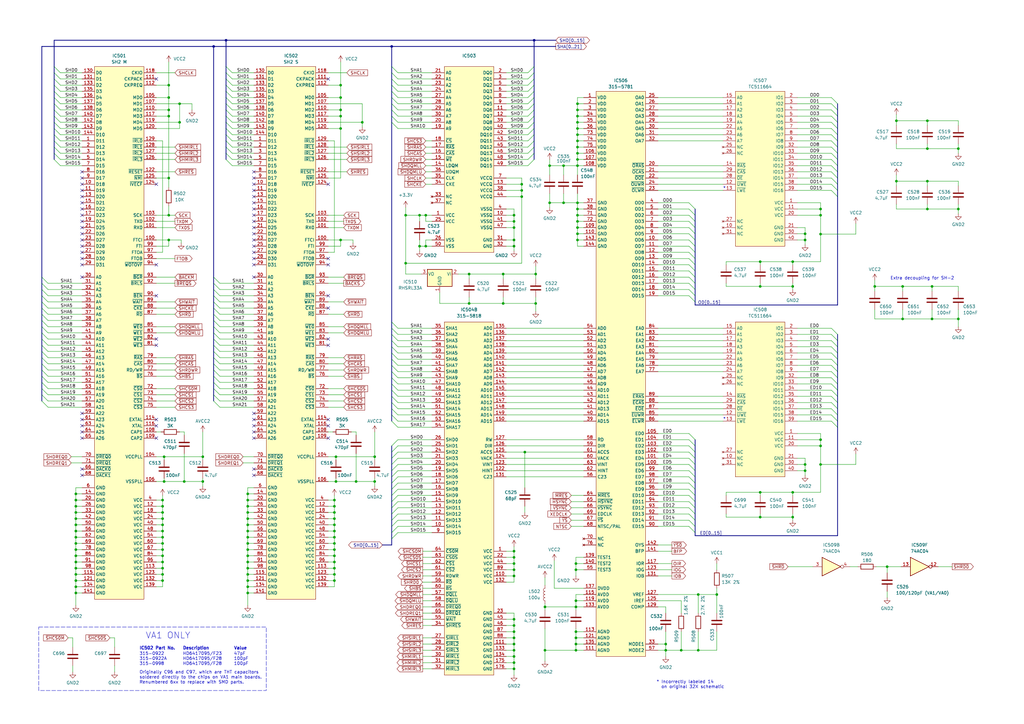
<source format=kicad_sch>
(kicad_sch (version 20250114) (generator "eeschema") (generator_version "9.0")
  (paper "A3")
  (title_block (title "32X Main 2") (date "2025-06-23") (rev "1.5") (company "By Cosam") (comment 1 "Neptune"))
  (rectangle (start 15.875 257.175) (end 109.22 283.21) (stroke (width 0) (type dash)))
  (text "315-0922\n315-0922A\n315-0998" (at 57.15 273.05 0) (effects (font (size 1.27 1.27)) (justify left bottom)))
  (text "* Incorrectly labeled 14\n  on original 32X schematic" (at 269.24 282.575 0) (effects (font (size 1.27 1.27)) (justify left bottom)))
  (text "VA1 ONLY" (at 59.69 262.255 0) (effects (font (size 2.54 2.54)) (justify left bottom)))
  (text "*" (at 296.545 78.105 0) (effects (font (size 1.27 1.27)) (justify left bottom)))
  (text "IC502 Part No." (at 57.15 266.7 0) (effects (font (size 1.27 1.27) (bold yes)) (justify left bottom)))
  (text "Value" (at 95.885 266.7 0) (effects (font (size 1.27 1.27) (thickness 0.254) (bold yes)) (justify left bottom)))
  (text "Description" (at 74.93 266.7 0) (effects (font (size 1.27 1.27) (bold yes)) (justify left bottom)))
  (text "47pF\n100pF\n100pF" (at 95.885 273.05 0) (effects (font (size 1.27 1.27)) (justify left bottom)))
  (text "Extra decoupling for SH-2" (at 365.125 114.935 0) (effects (font (size 1.27 1.27)) (justify left bottom)))
  (text "Originally C96 and C97, which are THT capacitors\nsoldered directly to the chips on VA1 main boards.\nRenumbered 6xx to replace with SMD parts." (at 57.15 280.67 0) (effects (font (size 1.27 1.27)) (justify left bottom)))
  (text "HD6417095/F23\nHD6417095/F28\nHD6417095/F28" (at 74.93 273.05 0) (effects (font (size 1.27 1.27)) (justify left bottom)))
  (text "*" (at 296.545 172.72 0) (effects (font (size 1.27 1.27)) (justify left bottom)))
  (junction (at 236.855 88.265))
  (junction (at 367.665 74.295))
  (junction (at 286.385 266.7))
  (junction (at 101.6 202.565))
  (junction (at 66.675 220.345))
  (junction (at 210.82 226.06))
  (junction (at 66.675 227.965))
  (junction (at 139.7 47.625))
  (junction (at 66.675 215.265))
  (junction (at 137.16 210.185))
  (junction (at 236.855 52.705))
  (junction (at 137.16 212.725))
  (junction (at 225.425 67.945))
  (junction (at 325.12 212.09))
  (junction (at 137.16 227.965))
  (junction (at 380.365 74.295))
  (junction (at 172.085 100.965))
  (junction (at 101.6 210.185))
  (junction (at 66.675 238.125))
  (junction (at 69.215 34.925))
  (junction (at 87.63 19.05))
  (junction (at 137.16 220.345))
  (junction (at 137.795 187.325))
  (junction (at 66.675 222.885))
  (junction (at 380.365 60.96))
  (junction (at 92.71 16.51))
  (junction (at 206.375 124.46))
  (junction (at 236.855 62.865))
  (junction (at 236.855 55.245))
  (junction (at 210.82 100.965))
  (junction (at 101.6 212.725))
  (junction (at 236.22 231.14))
  (junction (at 101.6 240.665))
  (junction (at 236.22 246.38))
  (junction (at 370.205 130.81))
  (junction (at 236.855 83.185))
  (junction (at 101.6 205.105))
  (junction (at 66.675 225.425))
  (junction (at 31.115 205.105))
  (junction (at 137.16 217.805))
  (junction (at 380.365 85.725))
  (junction (at 31.115 227.965))
  (junction (at 137.16 233.045))
  (junction (at 153.67 197.485))
  (junction (at 101.6 207.645))
  (junction (at 311.785 117.475))
  (junction (at 382.27 130.81))
  (junction (at 236.855 85.725))
  (junction (at 31.115 235.585))
  (junction (at 101.6 215.265))
  (junction (at 330.2 193.04))
  (junction (at 236.855 45.085))
  (junction (at 31.115 202.565))
  (junction (at 31.115 238.125))
  (junction (at 236.855 50.165))
  (junction (at 31.115 220.345))
  (junction (at 336.55 88.265))
  (junction (at 236.22 261.62))
  (junction (at 210.82 231.14))
  (junction (at 210.82 271.78))
  (junction (at 210.82 233.68))
  (junction (at 137.16 235.585))
  (junction (at 31.115 222.885))
  (junction (at 67.31 197.485))
  (junction (at 273.05 266.7))
  (junction (at 139.7 98.425))
  (junction (at 210.82 256.54))
  (junction (at 69.215 40.005))
  (junction (at 148.59 50.165))
  (junction (at 210.82 90.805))
  (junction (at 393.065 60.96))
  (junction (at 31.115 225.425))
  (junction (at 223.52 248.92))
  (junction (at 69.215 73.025))
  (junction (at 83.185 187.325))
  (junction (at 286.385 243.84))
  (junction (at 139.7 52.705))
  (junction (at 139.7 45.085))
  (junction (at 75.565 197.485))
  (junction (at 330.2 190.5))
  (junction (at 330.2 95.885))
  (junction (at 223.52 266.7))
  (junction (at 31.115 233.045))
  (junction (at 210.82 261.62))
  (junction (at 380.365 49.53))
  (junction (at 210.82 274.32))
  (junction (at 219.71 112.395))
  (junction (at 382.27 117.475))
  (junction (at 172.085 88.265))
  (junction (at 236.22 264.16))
  (junction (at 67.31 187.325))
  (junction (at 231.14 83.185))
  (junction (at 66.675 207.645))
  (junction (at 101.6 227.965))
  (junction (at 101.6 243.205))
  (junction (at 236.855 60.325))
  (junction (at 213.995 78.105))
  (junction (at 73.66 42.545))
  (junction (at 215.265 185.42))
  (junction (at 66.675 212.725))
  (junction (at 166.37 88.265))
  (junction (at 206.375 112.395))
  (junction (at 325.12 201.93))
  (junction (at 311.785 212.09))
  (junction (at 31.115 230.505))
  (junction (at 273.05 264.16))
  (junction (at 137.795 197.485))
  (junction (at 137.16 222.885))
  (junction (at 336.55 190.5))
  (junction (at 137.16 225.425))
  (junction (at 31.115 212.725))
  (junction (at 69.215 45.085))
  (junction (at 101.6 230.505))
  (junction (at 294.005 243.84))
  (junction (at 336.55 96.012))
  (junction (at 311.785 201.93))
  (junction (at 192.405 124.46))
  (junction (at 153.67 187.325))
  (junction (at 236.855 57.785))
  (junction (at 66.675 235.585))
  (junction (at 236.855 98.425))
  (junction (at 210.82 254))
  (junction (at 210.82 93.345))
  (junction (at 101.6 225.425))
  (junction (at 137.16 205.105))
  (junction (at 358.775 117.475))
  (junction (at 66.675 233.045))
  (junction (at 139.7 34.925))
  (junction (at 279.4 266.7))
  (junction (at 166.37 107.95))
  (junction (at 210.82 98.425))
  (junction (at 31.115 215.265))
  (junction (at 213.995 80.645))
  (junction (at 236.22 259.08))
  (junction (at 210.82 228.6))
  (junction (at 363.855 232.41))
  (junction (at 231.14 67.945))
  (junction (at 336.55 182.88))
  (junction (at 210.82 88.265))
  (junction (at 219.71 124.46))
  (junction (at 66.675 230.505))
  (junction (at 83.185 197.485))
  (junction (at 174.625 100.965))
  (junction (at 146.05 197.485))
  (junction (at 101.6 222.885))
  (junction (at 236.22 248.92))
  (junction (at 139.7 40.005))
  (junction (at 31.115 210.185))
  (junction (at 225.425 83.185))
  (junction (at 31.115 207.645))
  (junction (at 160.655 19.05))
  (junction (at 393.065 130.81))
  (junction (at 236.855 95.885))
  (junction (at 174.625 88.265))
  (junction (at 137.16 215.265))
  (junction (at 31.115 217.805))
  (junction (at 210.82 269.24))
  (junction (at 69.215 98.425))
  (junction (at 236.22 233.68))
  (junction (at 393.065 85.725))
  (junction (at 73.66 50.165))
  (junction (at 31.115 240.665))
  (junction (at 236.855 65.405))
  (junction (at 213.995 75.565))
  (junction (at 336.55 180.34))
  (junction (at 330.2 98.425))
  (junction (at 101.6 217.805))
  (junction (at 101.6 233.045))
  (junction (at 236.22 266.7))
  (junction (at 210.82 266.7))
  (junction (at 69.215 47.625))
  (junction (at 66.675 205.105))
  (junction (at 236.855 42.545))
  (junction (at 367.665 49.53))
  (junction (at 210.82 236.22))
  (junction (at 137.16 207.645))
  (junction (at 236.855 90.805))
  (junction (at 236.855 93.345))
  (junction (at 236.855 47.625))
  (junction (at 192.405 112.395))
  (junction (at 69.215 88.265))
  (junction (at 219.075 16.51))
  (junction (at 66.675 210.185))
  (junction (at 137.16 238.125))
  (junction (at 101.6 220.345))
  (junction (at 31.115 243.205))
  (junction (at 236.855 67.945))
  (junction (at 210.82 259.08))
  (junction (at 137.16 230.505))
  (junction (at 325.12 107.315))
  (junction (at 101.6 238.125))
  (junction (at 325.12 117.475))
  (junction (at 311.785 107.315))
  (junction (at 370.205 117.475))
  (junction (at 66.675 217.805))
  (junction (at 101.6 235.585))
  (junction (at 210.82 264.16))
  (junction (at 336.55 85.725))
  (no_connect (at 33.655 80.645))
  (no_connect (at 104.14 85.725))
  (no_connect (at 104.14 106.045))
  (no_connect (at 33.655 85.725))
  (no_connect (at 64.135 121.285))
  (no_connect (at 134.62 141.605))
  (no_connect (at 64.135 172.085))
  (no_connect (at 33.655 108.585))
  (no_connect (at 104.14 100.965))
  (no_connect (at 104.14 169.545))
  (no_connect (at 104.14 179.705))
  (no_connect (at 134.62 139.065))
  (no_connect (at 104.14 192.405))
  (no_connect (at 64.135 179.705))
  (no_connect (at 104.14 83.185))
  (no_connect (at 134.62 172.085))
  (no_connect (at 104.14 80.645))
  (no_connect (at 134.62 32.385))
  (no_connect (at 33.655 179.705))
  (no_connect (at 134.62 179.705))
  (no_connect (at 104.14 98.425))
  (no_connect (at 33.655 113.665))
  (no_connect (at 33.655 78.105))
  (no_connect (at 33.655 73.025))
  (no_connect (at 33.655 103.505))
  (no_connect (at 33.655 106.045))
  (no_connect (at 104.14 108.585))
  (no_connect (at 64.135 174.625))
  (no_connect (at 104.14 93.345))
  (no_connect (at 33.655 93.345))
  (no_connect (at 134.62 121.285))
  (no_connect (at 64.135 139.065))
  (no_connect (at 33.655 100.965))
  (no_connect (at 134.62 174.625))
  (no_connect (at 104.14 78.105))
  (no_connect (at 104.14 113.665))
  (no_connect (at 104.14 174.625))
  (no_connect (at 33.655 90.805))
  (no_connect (at 33.655 75.565))
  (no_connect (at 104.14 95.885))
  (no_connect (at 104.14 90.805))
  (no_connect (at 64.135 108.585))
  (no_connect (at 33.655 70.485))
  (no_connect (at 134.62 106.045))
  (no_connect (at 33.655 169.545))
  (no_connect (at 134.62 126.365))
  (no_connect (at 33.655 95.885))
  (no_connect (at 33.655 172.085))
  (no_connect (at 33.655 88.265))
  (no_connect (at 104.14 177.165))
  (no_connect (at 33.655 83.185))
  (no_connect (at 64.135 75.565))
  (no_connect (at 104.14 194.945))
  (no_connect (at 104.14 70.485))
  (no_connect (at 33.655 174.625))
  (no_connect (at 64.135 141.605))
  (no_connect (at 33.655 98.425))
  (no_connect (at 104.14 88.265))
  (no_connect (at 104.14 73.025))
  (no_connect (at 33.655 194.945))
  (no_connect (at 33.655 192.405))
  (no_connect (at 104.14 75.565))
  (no_connect (at 33.655 177.165))
  (no_connect (at 64.135 32.385))
  (no_connect (at 104.14 172.085))
  (no_connect (at 134.62 108.585))
  (no_connect (at 104.14 103.505))
  (no_connect (at 134.62 75.565))
  (bus_entry (at 19.685 151.765) (size -2.54 -2.54))
  (bus_entry (at 95.25 65.405) (size -2.54 -2.54))
  (bus_entry (at 163.195 137.16) (size -2.54 -2.54))
  (bus_entry (at 340.995 55.245) (size 2.54 2.54))
  (bus_entry (at 163.195 157.48) (size -2.54 -2.54))
  (bus_entry (at 19.685 159.385) (size -2.54 -2.54))
  (bus_entry (at 216.535 67.945) (size 2.54 -2.54))
  (bus_entry (at 163.195 203.2) (size -2.54 2.54))
  (bus_entry (at 340.995 170.18) (size 2.54 2.54))
  (bus_entry (at 90.17 128.905) (size -2.54 -2.54))
  (bus_entry (at 19.685 156.845) (size -2.54 -2.54))
  (bus_entry (at 163.195 152.4) (size -2.54 -2.54))
  (bus_entry (at 90.17 156.845) (size -2.54 -2.54))
  (bus_entry (at 95.25 55.245) (size -2.54 -2.54))
  (bus_entry (at 24.765 32.385) (size -2.54 -2.54))
  (bus_entry (at 24.765 62.865) (size -2.54 -2.54))
  (bus_entry (at 340.995 50.165) (size 2.54 2.54))
  (bus_entry (at 340.995 78.105) (size 2.54 2.54))
  (bus_entry (at 24.765 57.785) (size -2.54 -2.54))
  (bus_entry (at 19.685 121.285) (size -2.54 -2.54))
  (bus_entry (at 163.195 167.64) (size -2.54 -2.54))
  (bus_entry (at 163.195 37.465) (size -2.54 -2.54))
  (bus_entry (at 95.25 60.325) (size -2.54 -2.54))
  (bus_entry (at 19.685 146.685) (size -2.54 -2.54))
  (bus_entry (at 163.195 162.56) (size -2.54 -2.54))
  (bus_entry (at 163.195 205.74) (size -2.54 2.54))
  (bus_entry (at 95.25 34.925) (size -2.54 -2.54))
  (bus_entry (at 163.195 165.1) (size -2.54 -2.54))
  (bus_entry (at 95.25 29.845) (size -2.54 -2.54))
  (bus_entry (at 282.575 121.285) (size 2.54 2.54))
  (bus_entry (at 340.995 60.325) (size 2.54 2.54))
  (bus_entry (at 24.765 65.405) (size -2.54 -2.54))
  (bus_entry (at 19.685 161.925) (size -2.54 -2.54))
  (bus_entry (at 163.195 52.705) (size -2.54 -2.54))
  (bus_entry (at 340.995 167.64) (size 2.54 2.54))
  (bus_entry (at 90.17 136.525) (size -2.54 -2.54))
  (bus_entry (at 24.765 55.245) (size -2.54 -2.54))
  (bus_entry (at 282.575 205.74) (size 2.54 2.54))
  (bus_entry (at 340.995 40.005) (size 2.54 2.54))
  (bus_entry (at 340.995 73.025) (size 2.54 2.54))
  (bus_entry (at 163.195 193.04) (size -2.54 2.54))
  (bus_entry (at 282.575 177.8) (size 2.54 2.54))
  (bus_entry (at 163.195 185.42) (size -2.54 2.54))
  (bus_entry (at 340.995 42.545) (size 2.54 2.54))
  (bus_entry (at 95.25 50.165) (size -2.54 -2.54))
  (bus_entry (at 340.995 47.625) (size 2.54 2.54))
  (bus_entry (at 340.995 57.785) (size 2.54 2.54))
  (bus_entry (at 90.17 116.205) (size -2.54 -2.54))
  (bus_entry (at 163.195 42.545) (size -2.54 -2.54))
  (bus_entry (at 216.535 60.325) (size 2.54 -2.54))
  (bus_entry (at 19.685 154.305) (size -2.54 -2.54))
  (bus_entry (at 340.995 137.16) (size 2.54 2.54))
  (bus_entry (at 163.195 50.165) (size -2.54 -2.54))
  (bus_entry (at 19.685 149.225) (size -2.54 -2.54))
  (bus_entry (at 163.195 149.86) (size -2.54 -2.54))
  (bus_entry (at 95.25 57.785) (size -2.54 -2.54))
  (bus_entry (at 282.575 90.805) (size 2.54 2.54))
  (bus_entry (at 163.195 175.26) (size -2.54 -2.54))
  (bus_entry (at 163.195 190.5) (size -2.54 2.54))
  (bus_entry (at 282.575 100.965) (size 2.54 2.54))
  (bus_entry (at 282.575 210.82) (size 2.54 2.54))
  (bus_entry (at 163.195 218.44) (size -2.54 2.54))
  (bus_entry (at 24.765 40.005) (size -2.54 -2.54))
  (bus_entry (at 216.535 42.545) (size 2.54 -2.54))
  (bus_entry (at 19.685 123.825) (size -2.54 -2.54))
  (bus_entry (at 19.685 128.905) (size -2.54 -2.54))
  (bus_entry (at 19.685 126.365) (size -2.54 -2.54))
  (bus_entry (at 340.995 154.94) (size 2.54 2.54))
  (bus_entry (at 163.195 195.58) (size -2.54 2.54))
  (bus_entry (at 90.17 133.985) (size -2.54 -2.54))
  (bus_entry (at 163.195 147.32) (size -2.54 -2.54))
  (bus_entry (at 216.535 55.245) (size 2.54 -2.54))
  (bus_entry (at 216.535 32.385) (size 2.54 -2.54))
  (bus_entry (at 90.17 161.925) (size -2.54 -2.54))
  (bus_entry (at 340.995 162.56) (size 2.54 2.54))
  (bus_entry (at 95.25 52.705) (size -2.54 -2.54))
  (bus_entry (at 282.575 106.045) (size 2.54 2.54))
  (bus_entry (at 24.765 50.165) (size -2.54 -2.54))
  (bus_entry (at 282.575 185.42) (size 2.54 2.54))
  (bus_entry (at 340.995 147.32) (size 2.54 2.54))
  (bus_entry (at 216.535 47.625) (size 2.54 -2.54))
  (bus_entry (at 95.25 45.085) (size -2.54 -2.54))
  (bus_entry (at 163.195 40.005) (size -2.54 -2.54))
  (bus_entry (at 163.195 187.96) (size -2.54 2.54))
  (bus_entry (at 19.685 133.985) (size -2.54 -2.54))
  (bus_entry (at 282.575 103.505) (size 2.54 2.54))
  (bus_entry (at 90.17 144.145) (size -2.54 -2.54))
  (bus_entry (at 19.685 118.745) (size -2.54 -2.54))
  (bus_entry (at 95.25 42.545) (size -2.54 -2.54))
  (bus_entry (at 163.195 47.625) (size -2.54 -2.54))
  (bus_entry (at 90.17 151.765) (size -2.54 -2.54))
  (bus_entry (at 282.575 193.04) (size 2.54 2.54))
  (bus_entry (at 282.575 113.665) (size 2.54 2.54))
  (bus_entry (at 90.17 154.305) (size -2.54 -2.54))
  (bus_entry (at 216.535 62.865) (size 2.54 -2.54))
  (bus_entry (at 163.195 45.085) (size -2.54 -2.54))
  (bus_entry (at 163.195 210.82) (size -2.54 2.54))
  (bus_entry (at 340.995 157.48) (size 2.54 2.54))
  (bus_entry (at 163.195 200.66) (size -2.54 2.54))
  (bus_entry (at 216.535 57.785) (size 2.54 -2.54))
  (bus_entry (at 163.195 142.24) (size -2.54 -2.54))
  (bus_entry (at 282.575 195.58) (size 2.54 2.54))
  (bus_entry (at 216.535 45.085) (size 2.54 -2.54))
  (bus_entry (at 163.195 144.78) (size -2.54 -2.54))
  (bus_entry (at 163.195 32.385) (size -2.54 -2.54))
  (bus_entry (at 24.765 45.085) (size -2.54 -2.54))
  (bus_entry (at 163.195 134.62) (size -2.54 -2.54))
  (bus_entry (at 95.25 67.945) (size -2.54 -2.54))
  (bus_entry (at 216.535 37.465) (size 2.54 -2.54))
  (bus_entry (at 19.685 167.005) (size -2.54 -2.54))
  (bus_entry (at 19.685 144.145) (size -2.54 -2.54))
  (bus_entry (at 163.195 139.7) (size -2.54 -2.54))
  (bus_entry (at 163.195 34.925) (size -2.54 -2.54))
  (bus_entry (at 95.25 47.625) (size -2.54 -2.54))
  (bus_entry (at 90.17 167.005) (size -2.54 -2.54))
  (bus_entry (at 216.535 29.845) (size 2.54 -2.54))
  (bus_entry (at 90.17 126.365) (size -2.54 -2.54))
  (bus_entry (at 216.535 50.165) (size 2.54 -2.54))
  (bus_entry (at 163.195 180.34) (size -2.54 2.54))
  (bus_entry (at 95.25 40.005) (size -2.54 -2.54))
  (bus_entry (at 90.17 164.465) (size -2.54 -2.54))
  (bus_entry (at 90.17 118.745) (size -2.54 -2.54))
  (bus_entry (at 163.195 198.12) (size -2.54 2.54))
  (bus_entry (at 282.575 215.9) (size 2.54 2.54))
  (bus_entry (at 19.685 131.445) (size -2.54 -2.54))
  (bus_entry (at 24.765 47.625) (size -2.54 -2.54))
  (bus_entry (at 19.685 164.465) (size -2.54 -2.54))
  (bus_entry (at 282.575 187.96) (size 2.54 2.54))
  (bus_entry (at 282.575 213.36) (size 2.54 2.54))
  (bus_entry (at 90.17 123.825) (size -2.54 -2.54))
  (bus_entry (at 282.575 118.745) (size 2.54 2.54))
  (bus_entry (at 282.575 108.585) (size 2.54 2.54))
  (bus_entry (at 95.25 32.385) (size -2.54 -2.54))
  (bus_entry (at 282.575 200.66) (size 2.54 2.54))
  (bus_entry (at 340.995 172.72) (size 2.54 2.54))
  (bus_entry (at 24.765 29.845) (size -2.54 -2.54))
  (bus_entry (at 216.535 65.405) (size 2.54 -2.54))
  (bus_entry (at 282.575 203.2) (size 2.54 2.54))
  (bus_entry (at 163.195 215.9) (size -2.54 2.54))
  (bus_entry (at 340.995 52.705) (size 2.54 2.54))
  (bus_entry (at 282.575 111.125) (size 2.54 2.54))
  (bus_entry (at 340.995 165.1) (size 2.54 2.54))
  (bus_entry (at 282.575 85.725) (size 2.54 2.54))
  (bus_entry (at 163.195 29.845) (size -2.54 -2.54))
  (bus_entry (at 163.195 182.88) (size -2.54 2.54))
  (bus_entry (at 163.195 208.28) (size -2.54 2.54))
  (bus_entry (at 282.575 116.205) (size 2.54 2.54))
  (bus_entry (at 90.17 131.445) (size -2.54 -2.54))
  (bus_entry (at 282.575 88.265) (size 2.54 2.54))
  (bus_entry (at 282.575 198.12) (size 2.54 2.54))
  (bus_entry (at 90.17 159.385) (size -2.54 -2.54))
  (bus_entry (at 282.575 98.425) (size 2.54 2.54))
  (bus_entry (at 282.575 83.185) (size 2.54 2.54))
  (bus_entry (at 95.25 62.865) (size -2.54 -2.54))
  (bus_entry (at 340.995 144.78) (size 2.54 2.54))
  (bus_entry (at 340.995 139.7) (size 2.54 2.54))
  (bus_entry (at 216.535 34.925) (size 2.54 -2.54))
  (bus_entry (at 95.25 37.465) (size -2.54 -2.54))
  (bus_entry (at 163.195 170.18) (size -2.54 -2.54))
  (bus_entry (at 24.765 42.545) (size -2.54 -2.54))
  (bus_entry (at 340.995 67.945) (size 2.54 2.54))
  (bus_entry (at 163.195 160.02) (size -2.54 -2.54))
  (bus_entry (at 282.575 182.88) (size 2.54 2.54))
  (bus_entry (at 163.195 172.72) (size -2.54 -2.54))
  (bus_entry (at 340.995 152.4) (size 2.54 2.54))
  (bus_entry (at 282.575 190.5) (size 2.54 2.54))
  (bus_entry (at 24.765 67.945) (size -2.54 -2.54))
  (bus_entry (at 340.995 142.24) (size 2.54 2.54))
  (bus_entry (at 282.575 93.345) (size 2.54 2.54))
  (bus_entry (at 282.575 180.34) (size 2.54 2.54))
  (bus_entry (at 282.575 95.885) (size 2.54 2.54))
  (bus_entry (at 163.195 213.36) (size -2.54 2.54))
  (bus_entry (at 90.17 149.225) (size -2.54 -2.54))
  (bus_entry (at 216.535 52.705) (size 2.54 -2.54))
  (bus_entry (at 340.995 65.405) (size 2.54 2.54))
  (bus_entry (at 19.685 116.205) (size -2.54 -2.54))
  (bus_entry (at 90.17 139.065) (size -2.54 -2.54))
  (bus_entry (at 340.995 149.86) (size 2.54 2.54))
  (bus_entry (at 216.535 40.005) (size 2.54 -2.54))
  (bus_entry (at 19.685 136.525) (size -2.54 -2.54))
  (bus_entry (at 340.995 70.485) (size 2.54 2.54))
  (bus_entry (at 24.765 60.325) (size -2.54 -2.54))
  (bus_entry (at 24.765 34.925) (size -2.54 -2.54))
  (bus_entry (at 340.995 160.02) (size 2.54 2.54))
  (bus_entry (at 90.17 121.285) (size -2.54 -2.54))
  (bus_entry (at 19.685 139.065) (size -2.54 -2.54))
  (bus_entry (at 90.17 146.685) (size -2.54 -2.54))
  (bus_entry (at 340.995 134.62) (size 2.54 2.54))
  (bus_entry (at 340.995 75.565) (size 2.54 2.54))
  (bus_entry (at 90.17 141.605) (size -2.54 -2.54))
  (bus_entry (at 19.685 141.605) (size -2.54 -2.54))
  (bus_entry (at 340.995 62.865) (size 2.54 2.54))
  (bus_entry (at 24.765 52.705) (size -2.54 -2.54))
  (bus_entry (at 340.995 45.085) (size 2.54 2.54))
  (bus_entry (at 24.765 37.465) (size -2.54 -2.54))
  (bus_entry (at 163.195 154.94) (size -2.54 -2.54))
  (bus_entry (at 282.575 208.28) (size 2.54 2.54))
  (wire (pts (xy 104.14 34.925) (xy 95.25 34.925)))
  (wire (pts (xy 210.82 100.965) (xy 210.82 98.425)))
  (wire (pts (xy 66.675 215.265) (xy 66.675 217.805)))
  (wire (pts (xy 325.12 210.82) (xy 325.12 212.09)))
  (wire (pts (xy 31.115 240.665) (xy 31.115 243.205)))
  (wire (pts (xy 177.165 142.24) (xy 163.195 142.24)))
  (wire (pts (xy 163.195 198.12) (xy 177.165 198.12)))
  (wire (pts (xy 146.05 197.485) (xy 153.67 197.485)))
  (wire (pts (xy 210.82 236.22) (xy 210.82 233.68)))
  (wire (pts (xy 19.685 128.905) (xy 33.655 128.905)))
  (bus (pts (xy 22.225 57.785) (xy 22.225 55.245)))
  (wire (pts (xy 78.74 42.545) (xy 73.66 42.545)))
  (wire (pts (xy 137.16 215.265) (xy 137.16 217.805)))
  (wire (pts (xy 207.645 47.625) (xy 216.535 47.625)))
  (wire (pts (xy 207.645 190.5) (xy 239.395 190.5)))
  (wire (pts (xy 134.62 159.385) (xy 140.97 159.385)))
  (bus (pts (xy 285.115 198.12) (xy 285.115 200.66)))
  (wire (pts (xy 269.875 177.8) (xy 282.575 177.8)))
  (wire (pts (xy 153.67 187.325) (xy 153.67 188.595)))
  (wire (pts (xy 336.55 190.5) (xy 336.55 182.88)))
  (wire (pts (xy 269.875 236.22) (xy 275.59 236.22)))
  (wire (pts (xy 139.7 45.085) (xy 139.7 40.005)))
  (wire (pts (xy 64.135 40.005) (xy 69.215 40.005)))
  (wire (pts (xy 137.16 205.105) (xy 137.16 207.645)))
  (wire (pts (xy 393.065 60.96) (xy 393.065 62.865)))
  (wire (pts (xy 269.875 248.92) (xy 273.05 248.92)))
  (wire (pts (xy 207.645 29.845) (xy 216.535 29.845)))
  (wire (pts (xy 134.62 62.865) (xy 142.24 62.865)))
  (wire (pts (xy 64.135 128.905) (xy 71.755 128.905)))
  (wire (pts (xy 101.6 212.725) (xy 101.6 215.265)))
  (bus (pts (xy 160.655 185.42) (xy 160.655 187.96)))
  (wire (pts (xy 66.675 227.965) (xy 66.675 230.505)))
  (wire (pts (xy 294.005 266.7) (xy 294.005 259.08)))
  (wire (pts (xy 101.6 217.805) (xy 104.14 217.805)))
  (wire (pts (xy 137.16 225.425) (xy 137.16 227.965)))
  (bus (pts (xy 17.145 144.145) (xy 17.145 141.605)))
  (wire (pts (xy 31.115 235.585) (xy 33.655 235.585)))
  (wire (pts (xy 236.855 50.165) (xy 239.395 50.165)))
  (bus (pts (xy 343.535 144.78) (xy 343.535 147.32)))
  (wire (pts (xy 134.62 197.485) (xy 137.795 197.485)))
  (wire (pts (xy 325.12 116.205) (xy 325.12 117.475)))
  (wire (pts (xy 327.025 187.96) (xy 330.2 187.96)))
  (wire (pts (xy 311.785 201.93) (xy 325.12 201.93)))
  (bus (pts (xy 285.115 193.04) (xy 285.115 195.58)))
  (wire (pts (xy 173.355 269.24) (xy 177.165 269.24)))
  (wire (pts (xy 137.16 222.885) (xy 137.16 225.425)))
  (bus (pts (xy 285.115 121.285) (xy 285.115 123.825)))
  (wire (pts (xy 137.795 187.325) (xy 137.795 188.595)))
  (wire (pts (xy 236.22 243.84) (xy 239.395 243.84)))
  (bus (pts (xy 219.075 16.51) (xy 227.965 16.51)))
  (wire (pts (xy 104.14 29.845) (xy 95.25 29.845)))
  (wire (pts (xy 210.82 259.08) (xy 210.82 261.62)))
  (wire (pts (xy 177.165 90.805) (xy 174.625 90.805)))
  (wire (pts (xy 207.645 172.72) (xy 239.395 172.72)))
  (bus (pts (xy 22.225 42.545) (xy 22.225 40.005)))
  (wire (pts (xy 75.565 197.485) (xy 83.185 197.485)))
  (bus (pts (xy 92.71 52.705) (xy 92.71 50.165)))
  (wire (pts (xy 144.78 98.425) (xy 139.7 98.425)))
  (bus (pts (xy 285.115 85.725) (xy 285.115 88.265)))
  (wire (pts (xy 74.295 98.425) (xy 74.295 99.695)))
  (bus (pts (xy 285.115 182.88) (xy 285.115 185.42)))
  (wire (pts (xy 19.685 126.365) (xy 33.655 126.365)))
  (wire (pts (xy 215.265 185.42) (xy 215.265 200.025)))
  (wire (pts (xy 101.6 238.125) (xy 101.6 240.665)))
  (wire (pts (xy 236.855 93.345) (xy 236.855 90.805)))
  (wire (pts (xy 393.065 117.475) (xy 393.065 119.38)))
  (wire (pts (xy 134.62 47.625) (xy 139.7 47.625)))
  (wire (pts (xy 227.33 241.3) (xy 239.395 241.3)))
  (wire (pts (xy 380.365 60.96) (xy 393.065 60.96)))
  (wire (pts (xy 19.685 116.205) (xy 33.655 116.205)))
  (wire (pts (xy 139.7 100.965) (xy 134.62 100.965)))
  (wire (pts (xy 327.025 47.625) (xy 340.995 47.625)))
  (wire (pts (xy 134.62 227.965) (xy 137.16 227.965)))
  (bus (pts (xy 22.225 16.51) (xy 92.71 16.51)))
  (wire (pts (xy 207.645 228.6) (xy 210.82 228.6)))
  (bus (pts (xy 17.145 156.845) (xy 17.145 154.305)))
  (wire (pts (xy 219.71 112.395) (xy 219.71 114.3)))
  (wire (pts (xy 64.135 45.085) (xy 69.215 45.085)))
  (bus (pts (xy 343.535 125.095) (xy 343.535 80.645)))
  (wire (pts (xy 207.645 34.925) (xy 216.535 34.925)))
  (wire (pts (xy 297.815 117.475) (xy 297.815 116.205)))
  (wire (pts (xy 225.425 79.375) (xy 225.425 83.185)))
  (wire (pts (xy 46.99 273.05) (xy 46.99 275.59)))
  (bus (pts (xy 343.535 172.72) (xy 343.535 175.26)))
  (wire (pts (xy 69.215 88.265) (xy 71.755 88.265)))
  (wire (pts (xy 31.115 227.965) (xy 33.655 227.965)))
  (wire (pts (xy 64.135 116.205) (xy 71.755 116.205)))
  (wire (pts (xy 269.875 266.7) (xy 273.05 266.7)))
  (wire (pts (xy 380.365 49.53) (xy 393.065 49.53)))
  (wire (pts (xy 330.2 187.96) (xy 330.2 190.5)))
  (wire (pts (xy 174.625 100.965) (xy 177.165 100.965)))
  (wire (pts (xy 137.16 233.045) (xy 137.16 235.585)))
  (wire (pts (xy 33.655 45.085) (xy 24.765 45.085)))
  (bus (pts (xy 87.63 118.745) (xy 87.63 121.285)))
  (wire (pts (xy 380.365 74.295) (xy 393.065 74.295)))
  (wire (pts (xy 323.215 232.41) (xy 333.375 232.41)))
  (wire (pts (xy 104.14 144.145) (xy 90.17 144.145)))
  (wire (pts (xy 213.995 75.565) (xy 213.995 73.025)))
  (wire (pts (xy 187.96 112.395) (xy 192.405 112.395)))
  (wire (pts (xy 269.875 47.625) (xy 296.545 47.625)))
  (wire (pts (xy 163.195 47.625) (xy 177.165 47.625)))
  (wire (pts (xy 269.875 231.14) (xy 275.59 231.14)))
  (wire (pts (xy 31.115 230.505) (xy 33.655 230.505)))
  (wire (pts (xy 134.62 151.765) (xy 140.97 151.765)))
  (wire (pts (xy 223.52 266.7) (xy 236.22 266.7)))
  (bus (pts (xy 160.655 142.24) (xy 160.655 139.7)))
  (wire (pts (xy 294.005 241.3) (xy 294.005 243.84)))
  (bus (pts (xy 22.225 62.865) (xy 22.225 60.325)))
  (wire (pts (xy 370.205 127) (xy 370.205 130.81)))
  (wire (pts (xy 173.355 226.06) (xy 177.165 226.06)))
  (wire (pts (xy 104.14 146.685) (xy 90.17 146.685)))
  (bus (pts (xy 285.115 106.045) (xy 285.115 108.585)))
  (wire (pts (xy 210.82 98.425) (xy 207.645 98.425)))
  (wire (pts (xy 269.875 264.16) (xy 273.05 264.16)))
  (wire (pts (xy 311.785 107.315) (xy 311.785 108.585)))
  (wire (pts (xy 311.785 212.09) (xy 311.785 210.82)))
  (bus (pts (xy 343.535 75.565) (xy 343.535 73.025)))
  (wire (pts (xy 207.645 90.805) (xy 210.82 90.805)))
  (wire (pts (xy 19.685 149.225) (xy 33.655 149.225)))
  (bus (pts (xy 87.63 159.385) (xy 87.63 156.845)))
  (wire (pts (xy 286.385 243.84) (xy 294.005 243.84)))
  (wire (pts (xy 311.785 107.315) (xy 325.12 107.315)))
  (wire (pts (xy 231.14 71.755) (xy 231.14 67.945)))
  (wire (pts (xy 174.625 90.805) (xy 174.625 88.265)))
  (wire (pts (xy 269.875 210.82) (xy 282.575 210.82)))
  (wire (pts (xy 134.62 177.165) (xy 136.525 177.165)))
  (wire (pts (xy 73.66 177.165) (xy 75.565 177.165)))
  (wire (pts (xy 69.215 98.425) (xy 69.215 100.965)))
  (wire (pts (xy 173.355 274.32) (xy 177.165 274.32)))
  (bus (pts (xy 343.535 142.24) (xy 343.535 144.78)))
  (wire (pts (xy 269.875 95.885) (xy 282.575 95.885)))
  (wire (pts (xy 66.675 217.805) (xy 66.675 220.345)))
  (bus (pts (xy 160.655 32.385) (xy 160.655 29.845)))
  (wire (pts (xy 64.135 230.505) (xy 66.675 230.505)))
  (wire (pts (xy 336.55 107.315) (xy 336.55 96.012)))
  (wire (pts (xy 69.215 73.025) (xy 69.215 76.835)))
  (wire (pts (xy 64.135 227.965) (xy 66.675 227.965)))
  (bus (pts (xy 343.535 60.325) (xy 343.535 62.865)))
  (wire (pts (xy 269.875 170.18) (xy 296.545 170.18)))
  (bus (pts (xy 343.535 154.94) (xy 343.535 157.48)))
  (wire (pts (xy 223.52 257.81) (xy 223.52 266.7)))
  (wire (pts (xy 269.875 172.72) (xy 296.545 172.72)))
  (wire (pts (xy 153.67 187.325) (xy 153.67 177.165)))
  (bus (pts (xy 343.535 78.105) (xy 343.535 80.645)))
  (bus (pts (xy 160.655 47.625) (xy 160.655 50.165)))
  (wire (pts (xy 64.135 161.925) (xy 71.755 161.925)))
  (wire (pts (xy 64.135 207.645) (xy 66.675 207.645)))
  (wire (pts (xy 207.645 274.32) (xy 210.82 274.32)))
  (wire (pts (xy 236.855 85.725) (xy 239.395 85.725)))
  (wire (pts (xy 64.135 159.385) (xy 71.755 159.385)))
  (wire (pts (xy 269.875 121.285) (xy 282.575 121.285)))
  (wire (pts (xy 173.355 236.22) (xy 177.165 236.22)))
  (wire (pts (xy 148.59 50.165) (xy 134.62 50.165)))
  (wire (pts (xy 336.55 85.725) (xy 336.55 83.185)))
  (bus (pts (xy 285.115 185.42) (xy 285.115 187.96)))
  (bus (pts (xy 17.145 113.665) (xy 17.145 116.205)))
  (bus (pts (xy 343.535 45.085) (xy 343.535 47.625)))
  (bus (pts (xy 92.71 65.405) (xy 92.71 62.865)))
  (wire (pts (xy 330.2 93.345) (xy 330.2 95.885)))
  (wire (pts (xy 330.2 95.885) (xy 327.025 95.885)))
  (wire (pts (xy 207.645 144.78) (xy 239.395 144.78)))
  (wire (pts (xy 336.55 177.8) (xy 327.025 177.8)))
  (wire (pts (xy 325.12 201.93) (xy 325.12 203.2)))
  (wire (pts (xy 210.82 85.725) (xy 210.82 88.265)))
  (bus (pts (xy 160.655 167.64) (xy 160.655 165.1)))
  (wire (pts (xy 64.135 123.825) (xy 71.755 123.825)))
  (bus (pts (xy 22.225 32.385) (xy 22.225 29.845)))
  (wire (pts (xy 236.855 47.625) (xy 236.855 45.085)))
  (wire (pts (xy 358.775 117.475) (xy 370.205 117.475)))
  (wire (pts (xy 101.6 230.505) (xy 104.14 230.505)))
  (wire (pts (xy 64.135 235.585) (xy 66.675 235.585)))
  (wire (pts (xy 210.82 274.32) (xy 210.82 276.86)))
  (bus (pts (xy 285.115 213.36) (xy 285.115 210.82)))
  (wire (pts (xy 213.995 73.025) (xy 207.645 73.025)))
  (wire (pts (xy 64.135 47.625) (xy 69.215 47.625)))
  (wire (pts (xy 325.12 117.475) (xy 325.12 118.745)))
  (wire (pts (xy 134.62 29.845) (xy 142.24 29.845)))
  (wire (pts (xy 33.655 34.925) (xy 24.765 34.925)))
  (wire (pts (xy 297.815 203.2) (xy 297.815 201.93)))
  (wire (pts (xy 269.875 113.665) (xy 282.575 113.665)))
  (wire (pts (xy 174.625 57.785) (xy 177.165 57.785)))
  (wire (pts (xy 104.14 47.625) (xy 95.25 47.625)))
  (wire (pts (xy 31.115 210.185) (xy 33.655 210.185)))
  (wire (pts (xy 327.025 149.86) (xy 340.995 149.86)))
  (wire (pts (xy 134.62 146.685) (xy 140.97 146.685)))
  (bus (pts (xy 87.63 139.065) (xy 87.63 136.525)))
  (wire (pts (xy 223.52 248.92) (xy 236.22 248.92)))
  (wire (pts (xy 83.185 187.325) (xy 83.185 177.165)))
  (wire (pts (xy 207.645 251.46) (xy 210.82 251.46)))
  (wire (pts (xy 64.135 57.785) (xy 66.675 57.785)))
  (wire (pts (xy 134.62 123.825) (xy 140.97 123.825)))
  (wire (pts (xy 31.115 238.125) (xy 31.115 240.665)))
  (wire (pts (xy 29.21 187.325) (xy 33.655 187.325)))
  (wire (pts (xy 236.855 52.705) (xy 236.855 50.165)))
  (wire (pts (xy 101.6 202.565) (xy 101.6 205.105)))
  (wire (pts (xy 210.82 271.78) (xy 210.82 274.32)))
  (wire (pts (xy 236.22 248.92) (xy 239.395 248.92)))
  (wire (pts (xy 173.355 261.62) (xy 177.165 261.62)))
  (wire (pts (xy 236.855 42.545) (xy 239.395 42.545)))
  (wire (pts (xy 104.14 139.065) (xy 90.17 139.065)))
  (wire (pts (xy 367.665 49.53) (xy 380.365 49.53)))
  (bus (pts (xy 343.535 147.32) (xy 343.535 149.86)))
  (wire (pts (xy 83.185 196.215) (xy 83.185 197.485)))
  (wire (pts (xy 137.16 217.805) (xy 137.16 220.345)))
  (wire (pts (xy 367.665 46.99) (xy 367.665 49.53)))
  (wire (pts (xy 64.135 34.925) (xy 69.215 34.925)))
  (bus (pts (xy 285.115 111.125) (xy 285.115 113.665)))
  (wire (pts (xy 325.12 107.315) (xy 336.55 107.315)))
  (wire (pts (xy 269.875 98.425) (xy 282.575 98.425)))
  (wire (pts (xy 64.135 154.305) (xy 71.755 154.305)))
  (wire (pts (xy 297.815 108.585) (xy 297.815 107.315)))
  (wire (pts (xy 236.22 264.16) (xy 236.22 261.62)))
  (bus (pts (xy 160.655 162.56) (xy 160.655 160.02)))
  (bus (pts (xy 285.115 215.9) (xy 285.115 218.44)))
  (wire (pts (xy 325.12 117.475) (xy 311.785 117.475)))
  (wire (pts (xy 163.195 208.28) (xy 177.165 208.28)))
  (wire (pts (xy 104.14 159.385) (xy 90.17 159.385)))
  (wire (pts (xy 380.365 85.725) (xy 367.665 85.725)))
  (wire (pts (xy 231.14 83.185) (xy 231.14 79.375)))
  (wire (pts (xy 104.14 154.305) (xy 90.17 154.305)))
  (wire (pts (xy 101.6 200.025) (xy 101.6 202.565)))
  (wire (pts (xy 134.62 65.405) (xy 142.24 65.405)))
  (wire (pts (xy 177.165 154.94) (xy 163.195 154.94)))
  (wire (pts (xy 207.645 259.08) (xy 210.82 259.08)))
  (wire (pts (xy 163.195 34.925) (xy 177.165 34.925)))
  (wire (pts (xy 173.355 246.38) (xy 177.165 246.38)))
  (wire (pts (xy 380.365 74.295) (xy 380.365 76.2)))
  (bus (pts (xy 160.655 223.52) (xy 160.655 220.98)))
  (wire (pts (xy 173.355 264.16) (xy 177.165 264.16)))
  (wire (pts (xy 269.875 40.005) (xy 296.545 40.005)))
  (bus (pts (xy 160.655 37.465) (xy 160.655 34.925)))
  (wire (pts (xy 163.195 40.005) (xy 177.165 40.005)))
  (wire (pts (xy 134.62 207.645) (xy 137.16 207.645)))
  (wire (pts (xy 174.625 70.485) (xy 177.165 70.485)))
  (wire (pts (xy 134.62 205.105) (xy 137.16 205.105)))
  (wire (pts (xy 327.025 57.785) (xy 340.995 57.785)))
  (bus (pts (xy 160.655 144.78) (xy 160.655 147.32)))
  (wire (pts (xy 73.66 42.545) (xy 73.66 50.165)))
  (wire (pts (xy 163.195 182.88) (xy 177.165 182.88)))
  (wire (pts (xy 327.025 160.02) (xy 340.995 160.02)))
  (wire (pts (xy 367.665 49.53) (xy 367.665 51.435)))
  (wire (pts (xy 163.195 193.04) (xy 177.165 193.04)))
  (wire (pts (xy 134.62 164.465) (xy 140.97 164.465)))
  (wire (pts (xy 134.62 60.325) (xy 142.24 60.325)))
  (wire (pts (xy 269.875 147.32) (xy 296.545 147.32)))
  (bus (pts (xy 17.145 146.685) (xy 17.145 144.145)))
  (wire (pts (xy 269.875 83.185) (xy 282.575 83.185)))
  (wire (pts (xy 101.6 240.665) (xy 101.6 243.205)))
  (wire (pts (xy 134.62 98.425) (xy 139.7 98.425)))
  (wire (pts (xy 180.34 120.015) (xy 180.34 124.46)))
  (bus (pts (xy 160.655 137.16) (xy 160.655 139.7)))
  (wire (pts (xy 104.14 136.525) (xy 90.17 136.525)))
  (wire (pts (xy 236.855 52.705) (xy 239.395 52.705)))
  (wire (pts (xy 134.62 210.185) (xy 137.16 210.185)))
  (wire (pts (xy 19.685 136.525) (xy 33.655 136.525)))
  (wire (pts (xy 269.875 108.585) (xy 282.575 108.585)))
  (bus (pts (xy 92.71 37.465) (xy 92.71 34.925)))
  (wire (pts (xy 327.025 170.18) (xy 340.995 170.18)))
  (wire (pts (xy 207.645 78.105) (xy 213.995 78.105)))
  (bus (pts (xy 219.075 60.325) (xy 219.075 57.785)))
  (wire (pts (xy 279.4 266.7) (xy 286.385 266.7)))
  (wire (pts (xy 236.855 83.185) (xy 239.395 83.185)))
  (bus (pts (xy 17.145 123.825) (xy 17.145 121.285)))
  (wire (pts (xy 367.665 59.055) (xy 367.665 60.96)))
  (wire (pts (xy 174.625 98.425) (xy 174.625 100.965)))
  (bus (pts (xy 17.145 141.605) (xy 17.145 139.065)))
  (wire (pts (xy 31.115 243.205) (xy 31.115 248.285)))
  (wire (pts (xy 207.645 160.02) (xy 239.395 160.02)))
  (wire (pts (xy 210.82 88.265) (xy 210.82 90.805)))
  (wire (pts (xy 104.14 37.465) (xy 95.25 37.465)))
  (wire (pts (xy 269.875 193.04) (xy 282.575 193.04)))
  (wire (pts (xy 239.395 233.68) (xy 236.22 233.68)))
  (wire (pts (xy 207.645 180.34) (xy 239.395 180.34)))
  (wire (pts (xy 104.14 141.605) (xy 90.17 141.605)))
  (wire (pts (xy 134.62 70.485) (xy 142.24 70.485)))
  (wire (pts (xy 207.645 139.7) (xy 239.395 139.7)))
  (wire (pts (xy 31.115 202.565) (xy 33.655 202.565)))
  (wire (pts (xy 236.22 228.6) (xy 236.22 231.14)))
  (wire (pts (xy 104.14 151.765) (xy 90.17 151.765)))
  (wire (pts (xy 101.6 205.105) (xy 101.6 207.645)))
  (wire (pts (xy 134.62 42.545) (xy 148.59 42.545)))
  (wire (pts (xy 104.14 67.945) (xy 95.25 67.945)))
  (wire (pts (xy 327.025 172.72) (xy 340.995 172.72)))
  (wire (pts (xy 31.115 202.565) (xy 31.115 205.105)))
  (wire (pts (xy 163.195 203.2) (xy 177.165 203.2)))
  (bus (pts (xy 87.63 141.605) (xy 87.63 139.065)))
  (wire (pts (xy 144.78 98.425) (xy 144.78 99.695)))
  (wire (pts (xy 207.645 152.4) (xy 239.395 152.4)))
  (wire (pts (xy 173.355 231.14) (xy 177.165 231.14)))
  (wire (pts (xy 64.135 88.265) (xy 69.215 88.265)))
  (wire (pts (xy 210.82 228.6) (xy 210.82 226.06)))
  (wire (pts (xy 192.405 121.92) (xy 192.405 124.46)))
  (wire (pts (xy 134.62 128.905) (xy 140.97 128.905)))
  (wire (pts (xy 207.645 75.565) (xy 213.995 75.565)))
  (wire (pts (xy 64.135 113.665) (xy 71.755 113.665)))
  (wire (pts (xy 104.14 133.985) (xy 90.17 133.985)))
  (bus (pts (xy 160.655 32.385) (xy 160.655 34.925)))
  (wire (pts (xy 269.875 111.125) (xy 282.575 111.125)))
  (wire (pts (xy 172.085 90.805) (xy 172.085 88.265)))
  (wire (pts (xy 269.875 116.205) (xy 282.575 116.205)))
  (bus (pts (xy 219.075 52.705) (xy 219.075 50.165)))
  (wire (pts (xy 19.685 161.925) (xy 33.655 161.925)))
  (bus (pts (xy 219.075 45.085) (xy 219.075 42.545)))
  (wire (pts (xy 327.025 65.405) (xy 340.995 65.405)))
  (wire (pts (xy 174.625 75.565) (xy 177.165 75.565)))
  (wire (pts (xy 236.855 55.245) (xy 239.395 55.245)))
  (wire (pts (xy 134.62 235.585) (xy 137.16 235.585)))
  (wire (pts (xy 64.135 225.425) (xy 66.675 225.425)))
  (wire (pts (xy 215.265 185.42) (xy 239.395 185.42)))
  (bus (pts (xy 160.655 27.305) (xy 160.655 19.05)))
  (wire (pts (xy 192.405 112.395) (xy 206.375 112.395)))
  (wire (pts (xy 297.815 212.09) (xy 297.815 210.82)))
  (wire (pts (xy 101.6 227.965) (xy 104.14 227.965)))
  (wire (pts (xy 215.265 207.645) (xy 215.265 210.185)))
  (wire (pts (xy 269.875 73.025) (xy 296.545 73.025)))
  (wire (pts (xy 173.355 233.68) (xy 177.165 233.68)))
  (wire (pts (xy 210.82 238.76) (xy 210.82 236.22)))
  (wire (pts (xy 137.16 227.965) (xy 137.16 230.505)))
  (wire (pts (xy 207.645 52.705) (xy 216.535 52.705)))
  (wire (pts (xy 66.675 212.725) (xy 66.675 215.265)))
  (wire (pts (xy 66.675 225.425) (xy 66.675 227.965)))
  (bus (pts (xy 160.655 157.48) (xy 160.655 154.94)))
  (wire (pts (xy 311.785 117.475) (xy 311.785 116.205)))
  (wire (pts (xy 269.875 162.56) (xy 296.545 162.56)))
  (wire (pts (xy 269.875 190.5) (xy 282.575 190.5)))
  (wire (pts (xy 207.645 100.965) (xy 210.82 100.965)))
  (wire (pts (xy 104.14 55.245) (xy 95.25 55.245)))
  (wire (pts (xy 69.215 84.455) (xy 69.215 88.265)))
  (wire (pts (xy 367.665 74.295) (xy 380.365 74.295)))
  (wire (pts (xy 269.875 167.64) (xy 296.545 167.64)))
  (wire (pts (xy 104.14 60.325) (xy 95.25 60.325)))
  (wire (pts (xy 207.645 233.68) (xy 210.82 233.68)))
  (wire (pts (xy 269.875 215.9) (xy 282.575 215.9)))
  (bus (pts (xy 92.71 60.325) (xy 92.71 57.785)))
  (wire (pts (xy 83.185 187.325) (xy 83.185 188.595)))
  (wire (pts (xy 163.195 180.34) (xy 177.165 180.34)))
  (wire (pts (xy 177.165 98.425) (xy 174.625 98.425)))
  (wire (pts (xy 382.27 117.475) (xy 393.065 117.475)))
  (wire (pts (xy 327.025 85.725) (xy 336.55 85.725)))
  (wire (pts (xy 177.165 152.4) (xy 163.195 152.4)))
  (wire (pts (xy 225.425 67.945) (xy 231.14 67.945)))
  (wire (pts (xy 104.14 40.005) (xy 95.25 40.005)))
  (bus (pts (xy 343.535 52.705) (xy 343.535 55.245)))
  (wire (pts (xy 134.62 225.425) (xy 137.16 225.425)))
  (bus (pts (xy 160.655 45.085) (xy 160.655 42.545)))
  (bus (pts (xy 219.075 65.405) (xy 219.075 62.865)))
  (bus (pts (xy 285.115 213.36) (xy 285.115 215.9)))
  (wire (pts (xy 31.115 225.425) (xy 31.115 227.965)))
  (wire (pts (xy 330.2 100.33) (xy 330.2 98.425)))
  (wire (pts (xy 19.685 141.605) (xy 33.655 141.605)))
  (wire (pts (xy 327.025 167.64) (xy 340.995 167.64)))
  (wire (pts (xy 327.025 88.265) (xy 336.55 88.265)))
  (wire (pts (xy 269.875 100.965) (xy 282.575 100.965)))
  (wire (pts (xy 327.025 142.24) (xy 340.995 142.24)))
  (wire (pts (xy 273.05 248.92) (xy 273.05 251.46)))
  (wire (pts (xy 31.115 215.265) (xy 31.115 217.805)))
  (bus (pts (xy 22.225 47.625) (xy 22.225 45.085)))
  (wire (pts (xy 207.645 264.16) (xy 210.82 264.16)))
  (wire (pts (xy 207.645 271.78) (xy 210.82 271.78)))
  (wire (pts (xy 297.815 107.315) (xy 311.785 107.315)))
  (wire (pts (xy 336.55 96.012) (xy 336.55 88.265)))
  (wire (pts (xy 367.665 85.725) (xy 367.665 83.82)))
  (wire (pts (xy 101.6 217.805) (xy 101.6 220.345)))
  (bus (pts (xy 219.075 57.785) (xy 219.075 55.245)))
  (wire (pts (xy 173.355 254) (xy 177.165 254)))
  (wire (pts (xy 172.085 88.265) (xy 166.37 88.265)))
  (wire (pts (xy 236.22 246.38) (xy 236.22 248.92)))
  (wire (pts (xy 104.14 164.465) (xy 90.17 164.465)))
  (wire (pts (xy 367.665 60.96) (xy 380.365 60.96)))
  (wire (pts (xy 66.675 205.105) (xy 66.675 207.645)))
  (wire (pts (xy 269.875 78.105) (xy 296.545 78.105)))
  (wire (pts (xy 99.695 189.865) (xy 104.14 189.865)))
  (bus (pts (xy 160.655 220.98) (xy 160.655 218.44)))
  (bus (pts (xy 343.535 157.48) (xy 343.535 160.02)))
  (wire (pts (xy 269.875 208.28) (xy 282.575 208.28)))
  (wire (pts (xy 210.82 233.68) (xy 210.82 231.14)))
  (wire (pts (xy 180.34 124.46) (xy 192.405 124.46)))
  (wire (pts (xy 104.14 62.865) (xy 95.25 62.865)))
  (wire (pts (xy 225.425 83.185) (xy 231.14 83.185)))
  (wire (pts (xy 327.025 73.025) (xy 340.995 73.025)))
  (wire (pts (xy 210.82 102.87) (xy 210.82 100.965)))
  (wire (pts (xy 225.425 85.09) (xy 225.425 83.185)))
  (bus (pts (xy 219.075 47.625) (xy 219.075 45.085)))
  (wire (pts (xy 273.05 266.7) (xy 273.05 269.24)))
  (bus (pts (xy 285.115 123.825) (xy 285.115 125.095)))
  (wire (pts (xy 236.855 45.085) (xy 239.395 45.085)))
  (wire (pts (xy 269.875 85.725) (xy 282.575 85.725)))
  (bus (pts (xy 160.655 144.78) (xy 160.655 142.24)))
  (wire (pts (xy 351.028 190.5) (xy 351.028 186.182)))
  (wire (pts (xy 67.31 187.325) (xy 67.31 188.595)))
  (wire (pts (xy 227.33 229.87) (xy 227.33 241.3)))
  (bus (pts (xy 17.145 161.925) (xy 17.145 159.385)))
  (wire (pts (xy 327.025 52.705) (xy 340.995 52.705)))
  (wire (pts (xy 234.315 208.28) (xy 239.395 208.28)))
  (wire (pts (xy 69.215 40.005) (xy 69.215 34.925)))
  (wire (pts (xy 134.62 113.665) (xy 140.97 113.665)))
  (wire (pts (xy 31.115 200.025) (xy 33.655 200.025)))
  (wire (pts (xy 173.355 271.78) (xy 177.165 271.78)))
  (wire (pts (xy 236.855 60.325) (xy 236.855 57.785)))
  (wire (pts (xy 64.135 164.465) (xy 71.755 164.465)))
  (wire (pts (xy 327.025 78.105) (xy 340.995 78.105)))
  (wire (pts (xy 239.395 231.14) (xy 236.22 231.14)))
  (wire (pts (xy 330.2 194.945) (xy 330.2 193.04)))
  (wire (pts (xy 236.22 266.7) (xy 236.22 264.16)))
  (wire (pts (xy 286.385 266.7) (xy 286.385 259.08)))
  (wire (pts (xy 207.645 55.245) (xy 216.535 55.245)))
  (wire (pts (xy 223.52 266.7) (xy 223.52 271.145)))
  (wire (pts (xy 134.62 215.265) (xy 137.16 215.265)))
  (bus (pts (xy 285.115 90.805) (xy 285.115 93.345)))
  (wire (pts (xy 64.135 220.345) (xy 66.675 220.345)))
  (wire (pts (xy 236.22 248.92) (xy 236.22 250.19)))
  (wire (pts (xy 177.165 162.56) (xy 163.195 162.56)))
  (wire (pts (xy 104.14 116.205) (xy 90.17 116.205)))
  (wire (pts (xy 134.62 34.925) (xy 139.7 34.925)))
  (wire (pts (xy 236.22 259.08) (xy 239.395 259.08)))
  (wire (pts (xy 236.855 42.545) (xy 236.855 40.005)))
  (wire (pts (xy 207.645 93.345) (xy 210.82 93.345)))
  (wire (pts (xy 294.005 243.84) (xy 294.005 251.46)))
  (wire (pts (xy 137.16 210.185) (xy 137.16 212.725)))
  (wire (pts (xy 269.875 223.52) (xy 275.59 223.52)))
  (wire (pts (xy 137.16 207.645) (xy 137.16 210.185)))
  (wire (pts (xy 269.875 106.045) (xy 282.575 106.045)))
  (wire (pts (xy 177.165 137.16) (xy 163.195 137.16)))
  (wire (pts (xy 134.62 238.125) (xy 137.16 238.125)))
  (bus (pts (xy 87.63 123.825) (xy 87.63 121.285)))
  (wire (pts (xy 101.6 225.425) (xy 101.6 227.965)))
  (wire (pts (xy 31.115 212.725) (xy 33.655 212.725)))
  (wire (pts (xy 327.025 180.34) (xy 336.55 180.34)))
  (wire (pts (xy 101.6 225.425) (xy 104.14 225.425)))
  (wire (pts (xy 104.14 131.445) (xy 90.17 131.445)))
  (wire (pts (xy 134.62 103.505) (xy 137.16 103.505)))
  (bus (pts (xy 156.845 223.52) (xy 160.655 223.52)))
  (wire (pts (xy 236.855 90.805) (xy 239.395 90.805)))
  (bus (pts (xy 87.63 136.525) (xy 87.63 133.985)))
  (wire (pts (xy 139.7 45.085) (xy 139.7 47.625)))
  (wire (pts (xy 210.82 224.155) (xy 210.82 226.06)))
  (wire (pts (xy 172.085 88.265) (xy 174.625 88.265)))
  (wire (pts (xy 269.875 139.7) (xy 296.545 139.7)))
  (wire (pts (xy 172.085 102.87) (xy 172.085 100.965)))
  (wire (pts (xy 269.875 152.4) (xy 296.545 152.4)))
  (wire (pts (xy 269.875 149.86) (xy 296.545 149.86)))
  (wire (pts (xy 101.6 220.345) (xy 101.6 222.885)))
  (wire (pts (xy 134.62 154.305) (xy 140.97 154.305)))
  (wire (pts (xy 163.195 42.545) (xy 177.165 42.545)))
  (wire (pts (xy 64.135 149.225) (xy 71.755 149.225)))
  (bus (pts (xy 343.535 42.545) (xy 343.535 45.085)))
  (bus (pts (xy 22.225 27.305) (xy 22.225 16.51)))
  (bus (pts (xy 219.075 40.005) (xy 219.075 37.465)))
  (bus (pts (xy 285.115 88.265) (xy 285.115 90.805)))
  (wire (pts (xy 163.195 37.465) (xy 177.165 37.465)))
  (bus (pts (xy 285.115 190.5) (xy 285.115 193.04)))
  (wire (pts (xy 269.875 200.66) (xy 282.575 200.66)))
  (bus (pts (xy 17.145 139.065) (xy 17.145 136.525)))
  (wire (pts (xy 382.27 127) (xy 382.27 130.81)))
  (wire (pts (xy 104.14 45.085) (xy 95.25 45.085)))
  (wire (pts (xy 29.845 261.62) (xy 29.845 265.43)))
  (wire (pts (xy 223.52 248.92) (xy 223.52 250.19)))
  (wire (pts (xy 31.115 235.585) (xy 31.115 238.125)))
  (bus (pts (xy 160.655 182.88) (xy 160.655 185.42)))
  (wire (pts (xy 370.205 130.81) (xy 382.27 130.81)))
  (wire (pts (xy 33.655 42.545) (xy 24.765 42.545)))
  (bus (pts (xy 87.63 126.365) (xy 87.63 123.825)))
  (wire (pts (xy 173.355 256.54) (xy 177.165 256.54)))
  (wire (pts (xy 104.14 126.365) (xy 90.17 126.365)))
  (wire (pts (xy 327.025 60.325) (xy 340.995 60.325)))
  (bus (pts (xy 92.71 40.005) (xy 92.71 37.465)))
  (wire (pts (xy 269.875 103.505) (xy 282.575 103.505)))
  (wire (pts (xy 64.135 151.765) (xy 71.755 151.765)))
  (wire (pts (xy 64.135 187.325) (xy 67.31 187.325)))
  (wire (pts (xy 327.025 50.165) (xy 340.995 50.165)))
  (wire (pts (xy 327.025 70.485) (xy 340.995 70.485)))
  (wire (pts (xy 223.52 247.65) (xy 223.52 248.92)))
  (wire (pts (xy 64.135 62.865) (xy 71.755 62.865)))
  (wire (pts (xy 269.875 226.06) (xy 275.59 226.06)))
  (wire (pts (xy 177.165 172.72) (xy 163.195 172.72)))
  (wire (pts (xy 236.855 93.345) (xy 239.395 93.345)))
  (bus (pts (xy 160.655 215.9) (xy 160.655 213.36)))
  (wire (pts (xy 101.6 240.665) (xy 104.14 240.665)))
  (wire (pts (xy 210.82 231.14) (xy 210.82 228.6)))
  (wire (pts (xy 393.065 74.295) (xy 393.065 76.2)))
  (wire (pts (xy 69.215 25.4) (xy 69.215 34.925)))
  (wire (pts (xy 101.6 215.265) (xy 104.14 215.265)))
  (wire (pts (xy 101.6 200.025) (xy 104.14 200.025)))
  (bus (pts (xy 285.115 195.58) (xy 285.115 198.12)))
  (wire (pts (xy 66.675 57.785) (xy 66.675 103.505)))
  (wire (pts (xy 163.195 187.96) (xy 177.165 187.96)))
  (wire (pts (xy 104.14 57.785) (xy 95.25 57.785)))
  (bus (pts (xy 160.655 172.72) (xy 160.655 170.18)))
  (wire (pts (xy 210.82 93.345) (xy 210.82 98.425)))
  (wire (pts (xy 207.645 157.48) (xy 239.395 157.48)))
  (wire (pts (xy 327.025 55.245) (xy 340.995 55.245)))
  (wire (pts (xy 19.685 121.285) (xy 33.655 121.285)))
  (wire (pts (xy 207.645 187.96) (xy 239.395 187.96)))
  (wire (pts (xy 219.71 121.92) (xy 219.71 124.46)))
  (wire (pts (xy 206.375 121.92) (xy 206.375 124.46)))
  (wire (pts (xy 236.22 231.14) (xy 236.22 233.68)))
  (wire (pts (xy 31.115 217.805) (xy 31.115 220.345)))
  (bus (pts (xy 87.63 131.445) (xy 87.63 128.905)))
  (wire (pts (xy 236.855 62.865) (xy 236.855 60.325)))
  (wire (pts (xy 139.7 47.625) (xy 139.7 52.705)))
  (bus (pts (xy 22.225 65.405) (xy 22.225 62.865)))
  (wire (pts (xy 137.16 220.345) (xy 137.16 222.885)))
  (bus (pts (xy 285.115 125.095) (xy 343.535 125.095)))
  (wire (pts (xy 382.27 130.81) (xy 393.065 130.81)))
  (bus (pts (xy 160.655 195.58) (xy 160.655 198.12)))
  (bus (pts (xy 285.115 103.505) (xy 285.115 106.045)))
  (wire (pts (xy 269.875 45.085) (xy 296.545 45.085)))
  (wire (pts (xy 19.685 139.065) (xy 33.655 139.065)))
  (wire (pts (xy 177.165 167.64) (xy 163.195 167.64)))
  (wire (pts (xy 393.065 130.81) (xy 393.065 133.985)))
  (wire (pts (xy 234.315 213.36) (xy 239.395 213.36)))
  (wire (pts (xy 213.995 80.645) (xy 213.995 78.105)))
  (wire (pts (xy 210.82 254) (xy 210.82 256.54)))
  (wire (pts (xy 64.135 126.365) (xy 71.755 126.365)))
  (wire (pts (xy 137.16 238.125) (xy 137.16 240.665)))
  (wire (pts (xy 393.065 130.81) (xy 393.065 127)))
  (wire (pts (xy 231.14 83.185) (xy 236.855 83.185)))
  (wire (pts (xy 101.6 207.645) (xy 101.6 210.185)))
  (wire (pts (xy 134.62 230.505) (xy 137.16 230.505)))
  (wire (pts (xy 67.31 196.215) (xy 67.31 197.485)))
  (wire (pts (xy 210.82 256.54) (xy 210.82 259.08)))
  (bus (pts (xy 92.71 55.245) (xy 92.71 52.705)))
  (bus (pts (xy 219.075 37.465) (xy 219.075 34.925)))
  (wire (pts (xy 101.6 220.345) (xy 104.14 220.345)))
  (wire (pts (xy 236.22 246.38) (xy 239.395 246.38)))
  (wire (pts (xy 327.025 193.04) (xy 330.2 193.04)))
  (bus (pts (xy 343.535 65.405) (xy 343.535 67.945)))
  (wire (pts (xy 66.675 207.645) (xy 66.675 210.185)))
  (bus (pts (xy 92.71 62.865) (xy 92.71 60.325)))
  (wire (pts (xy 327.025 134.62) (xy 340.995 134.62)))
  (wire (pts (xy 64.135 205.105) (xy 66.675 205.105)))
  (wire (pts (xy 336.55 88.265) (xy 336.55 85.725)))
  (wire (pts (xy 236.855 55.245) (xy 236.855 52.705)))
  (bus (pts (xy 87.63 151.765) (xy 87.63 149.225)))
  (wire (pts (xy 101.6 210.185) (xy 104.14 210.185)))
  (wire (pts (xy 207.645 185.42) (xy 215.265 185.42)))
  (bus (pts (xy 160.655 200.66) (xy 160.655 203.2)))
  (wire (pts (xy 163.195 210.82) (xy 177.165 210.82)))
  (wire (pts (xy 207.645 45.085) (xy 216.535 45.085)))
  (bus (pts (xy 87.63 19.05) (xy 87.63 113.665)))
  (bus (pts (xy 160.655 215.9) (xy 160.655 218.44)))
  (wire (pts (xy 327.025 40.005) (xy 340.995 40.005)))
  (wire (pts (xy 104.14 65.405) (xy 95.25 65.405)))
  (wire (pts (xy 148.59 42.545) (xy 148.59 50.165)))
  (wire (pts (xy 234.315 203.2) (xy 239.395 203.2)))
  (wire (pts (xy 219.71 124.46) (xy 219.71 127.635)))
  (wire (pts (xy 207.645 266.7) (xy 210.82 266.7)))
  (wire (pts (xy 192.405 124.46) (xy 206.375 124.46)))
  (wire (pts (xy 31.115 222.885) (xy 33.655 222.885)))
  (wire (pts (xy 207.645 85.725) (xy 210.82 85.725)))
  (bus (pts (xy 17.145 19.05) (xy 17.145 113.665)))
  (wire (pts (xy 236.855 50.165) (xy 236.855 47.625)))
  (wire (pts (xy 213.995 107.95) (xy 213.995 80.645)))
  (wire (pts (xy 380.365 83.82) (xy 380.365 85.725)))
  (bus (pts (xy 219.075 27.305) (xy 219.075 16.51)))
  (bus (pts (xy 87.63 149.225) (xy 87.63 146.685)))
  (wire (pts (xy 67.31 197.485) (xy 75.565 197.485)))
  (wire (pts (xy 207.645 32.385) (xy 216.535 32.385)))
  (wire (pts (xy 134.62 161.925) (xy 140.97 161.925)))
  (bus (pts (xy 87.63 161.925) (xy 87.63 159.385)))
  (bus (pts (xy 87.63 164.465) (xy 87.63 161.925)))
  (bus (pts (xy 219.075 55.245) (xy 219.075 52.705)))
  (wire (pts (xy 101.6 207.645) (xy 104.14 207.645)))
  (wire (pts (xy 163.195 195.58) (xy 177.165 195.58)))
  (wire (pts (xy 177.165 134.62) (xy 163.195 134.62)))
  (wire (pts (xy 269.875 243.84) (xy 286.385 243.84)))
  (wire (pts (xy 163.195 185.42) (xy 177.165 185.42)))
  (wire (pts (xy 380.365 85.725) (xy 393.065 85.725)))
  (bus (pts (xy 160.655 40.005) (xy 160.655 42.545)))
  (wire (pts (xy 101.6 202.565) (xy 104.14 202.565)))
  (wire (pts (xy 236.855 85.725) (xy 236.855 83.185)))
  (wire (pts (xy 273.05 264.16) (xy 273.05 266.7)))
  (wire (pts (xy 359.41 232.41) (xy 363.855 232.41)))
  (wire (pts (xy 33.655 47.625) (xy 24.765 47.625)))
  (wire (pts (xy 137.16 203.2) (xy 137.16 205.105)))
  (wire (pts (xy 166.37 107.95) (xy 213.995 107.95)))
  (wire (pts (xy 104.14 42.545) (xy 95.25 42.545)))
  (bus (pts (xy 285.115 93.345) (xy 285.115 95.885)))
  (wire (pts (xy 336.55 201.93) (xy 336.55 190.5)))
  (wire (pts (xy 363.855 242.57) (xy 363.855 245.11)))
  (wire (pts (xy 64.135 73.025) (xy 69.215 73.025)))
  (wire (pts (xy 207.645 142.24) (xy 239.395 142.24)))
  (wire (pts (xy 66.675 210.185) (xy 66.675 212.725)))
  (wire (pts (xy 325.12 212.09) (xy 325.12 213.36)))
  (wire (pts (xy 31.115 222.885) (xy 31.115 225.425)))
  (wire (pts (xy 163.195 29.845) (xy 177.165 29.845)))
  (wire (pts (xy 64.135 106.045) (xy 71.755 106.045)))
  (wire (pts (xy 19.685 133.985) (xy 33.655 133.985)))
  (bus (pts (xy 22.225 32.385) (xy 22.225 34.925)))
  (wire (pts (xy 101.6 222.885) (xy 104.14 222.885)))
  (bus (pts (xy 285.115 219.71) (xy 343.535 219.71)))
  (wire (pts (xy 269.875 198.12) (xy 282.575 198.12)))
  (wire (pts (xy 236.855 88.265) (xy 239.395 88.265)))
  (wire (pts (xy 134.62 240.665) (xy 137.16 240.665)))
  (bus (pts (xy 343.535 139.7) (xy 343.535 142.24)))
  (bus (pts (xy 343.535 149.86) (xy 343.535 152.4)))
  (wire (pts (xy 134.62 116.205) (xy 140.97 116.205)))
  (wire (pts (xy 64.135 90.805) (xy 71.755 90.805)))
  (bus (pts (xy 160.655 154.94) (xy 160.655 152.4)))
  (wire (pts (xy 207.645 269.24) (xy 210.82 269.24)))
  (wire (pts (xy 351.028 96.012) (xy 351.028 91.694)))
  (wire (pts (xy 134.62 187.325) (xy 137.795 187.325)))
  (wire (pts (xy 236.855 65.405) (xy 239.395 65.405)))
  (bus (pts (xy 87.63 144.145) (xy 87.63 141.605)))
  (wire (pts (xy 83.185 197.485) (xy 83.185 199.39)))
  (wire (pts (xy 380.365 59.055) (xy 380.365 60.96)))
  (wire (pts (xy 327.025 139.7) (xy 340.995 139.7)))
  (bus (pts (xy 17.145 159.385) (xy 17.145 156.845)))
  (wire (pts (xy 269.875 185.42) (xy 282.575 185.42)))
  (wire (pts (xy 64.135 93.345) (xy 71.755 93.345)))
  (wire (pts (xy 177.165 160.02) (xy 163.195 160.02)))
  (bus (pts (xy 160.655 190.5) (xy 160.655 193.04)))
  (wire (pts (xy 236.855 47.625) (xy 239.395 47.625)))
  (wire (pts (xy 210.82 251.46) (xy 210.82 254)))
  (wire (pts (xy 64.135 238.125) (xy 66.675 238.125)))
  (wire (pts (xy 269.875 52.705) (xy 296.545 52.705)))
  (wire (pts (xy 327.025 165.1) (xy 340.995 165.1)))
  (wire (pts (xy 153.67 196.215) (xy 153.67 197.485)))
  (wire (pts (xy 73.66 50.165) (xy 64.135 50.165)))
  (wire (pts (xy 144.145 177.165) (xy 146.05 177.165)))
  (wire (pts (xy 393.065 59.055) (xy 393.065 60.96)))
  (wire (pts (xy 269.875 180.34) (xy 282.575 180.34)))
  (wire (pts (xy 367.665 71.755) (xy 367.665 74.295)))
  (bus (pts (xy 17.145 151.765) (xy 17.145 149.225)))
  (wire (pts (xy 137.16 57.785) (xy 137.16 103.505)))
  (bus (pts (xy 17.145 154.305) (xy 17.145 151.765)))
  (wire (pts (xy 163.195 50.165) (xy 177.165 50.165)))
  (wire (pts (xy 163.195 45.085) (xy 177.165 45.085)))
  (wire (pts (xy 66.675 103.505) (xy 64.135 103.505)))
  (bus (pts (xy 17.145 131.445) (xy 17.145 133.985)))
  (wire (pts (xy 33.655 67.945) (xy 24.765 67.945)))
  (wire (pts (xy 210.82 226.06) (xy 207.645 226.06)))
  (wire (pts (xy 134.62 222.885) (xy 137.16 222.885)))
  (wire (pts (xy 31.115 215.265) (xy 33.655 215.265)))
  (wire (pts (xy 166.37 107.95) (xy 166.37 112.395)))
  (wire (pts (xy 207.645 50.165) (xy 216.535 50.165)))
  (wire (pts (xy 269.875 55.245) (xy 296.545 55.245)))
  (wire (pts (xy 207.645 182.88) (xy 239.395 182.88)))
  (bus (pts (xy 343.535 170.18) (xy 343.535 167.64)))
  (bus (pts (xy 22.225 27.305) (xy 22.225 29.845)))
  (wire (pts (xy 336.55 83.185) (xy 327.025 83.185)))
  (wire (pts (xy 269.875 213.36) (xy 282.575 213.36)))
  (wire (pts (xy 177.165 144.78) (xy 163.195 144.78)))
  (bus (pts (xy 343.535 75.565) (xy 343.535 78.105)))
  (bus (pts (xy 22.225 52.705) (xy 22.225 50.165)))
  (wire (pts (xy 236.855 57.785) (xy 236.855 55.245)))
  (wire (pts (xy 269.875 195.58) (xy 282.575 195.58)))
  (bus (pts (xy 17.145 126.365) (xy 17.145 128.905)))
  (wire (pts (xy 101.6 243.205) (xy 104.14 243.205)))
  (wire (pts (xy 207.645 231.14) (xy 210.82 231.14)))
  (wire (pts (xy 236.855 57.785) (xy 239.395 57.785)))
  (wire (pts (xy 173.355 238.76) (xy 177.165 238.76)))
  (wire (pts (xy 393.065 85.725) (xy 393.065 87.63)))
  (bus (pts (xy 285.115 187.96) (xy 285.115 190.5)))
  (wire (pts (xy 75.565 186.055) (xy 75.565 197.485)))
  (wire (pts (xy 269.875 88.265) (xy 282.575 88.265)))
  (bus (pts (xy 160.655 203.2) (xy 160.655 205.74)))
  (wire (pts (xy 210.82 90.805) (xy 210.82 93.345)))
  (wire (pts (xy 273.05 259.08) (xy 273.05 264.16)))
  (bus (pts (xy 22.225 60.325) (xy 22.225 57.785)))
  (wire (pts (xy 104.14 149.225) (xy 90.17 149.225)))
  (wire (pts (xy 139.7 98.425) (xy 139.7 100.965)))
  (wire (pts (xy 327.025 182.88) (xy 336.55 182.88)))
  (bus (pts (xy 160.655 137.16) (xy 160.655 134.62)))
  (bus (pts (xy 17.145 136.525) (xy 17.145 133.985)))
  (wire (pts (xy 33.655 57.785) (xy 24.765 57.785)))
  (wire (pts (xy 134.62 167.005) (xy 140.97 167.005)))
  (wire (pts (xy 33.655 37.465) (xy 24.765 37.465)))
  (bus (pts (xy 343.535 137.16) (xy 343.535 139.7)))
  (wire (pts (xy 19.685 164.465) (xy 33.655 164.465)))
  (wire (pts (xy 286.385 266.7) (xy 294.005 266.7)))
  (bus (pts (xy 343.535 160.02) (xy 343.535 162.56)))
  (wire (pts (xy 19.685 131.445) (xy 33.655 131.445)))
  (wire (pts (xy 64.135 240.665) (xy 66.675 240.665)))
  (wire (pts (xy 236.855 67.945) (xy 239.395 67.945)))
  (bus (pts (xy 17.145 131.445) (xy 17.145 128.905)))
  (bus (pts (xy 160.655 208.28) (xy 160.655 210.82)))
  (wire (pts (xy 269.875 165.1) (xy 296.545 165.1)))
  (bus (pts (xy 22.225 50.165) (xy 22.225 47.625)))
  (wire (pts (xy 236.22 257.81) (xy 236.22 259.08)))
  (wire (pts (xy 64.135 136.525) (xy 71.755 136.525)))
  (wire (pts (xy 29.21 189.865) (xy 33.655 189.865)))
  (bus (pts (xy 285.115 113.665) (xy 285.115 116.205)))
  (wire (pts (xy 269.875 134.62) (xy 296.545 134.62)))
  (wire (pts (xy 137.16 230.505) (xy 137.16 233.045)))
  (wire (pts (xy 31.115 205.105) (xy 31.115 207.645)))
  (wire (pts (xy 177.165 165.1) (xy 163.195 165.1)))
  (wire (pts (xy 173.355 248.92) (xy 177.165 248.92)))
  (bus (pts (xy 87.63 154.305) (xy 87.63 151.765)))
  (bus (pts (xy 285.115 218.44) (xy 285.115 219.71)))
  (wire (pts (xy 269.875 137.16) (xy 296.545 137.16)))
  (bus (pts (xy 219.075 62.865) (xy 219.075 60.325)))
  (wire (pts (xy 139.7 34.925) (xy 139.7 40.005)))
  (bus (pts (xy 219.075 32.385) (xy 219.075 29.845)))
  (wire (pts (xy 19.685 154.305) (xy 33.655 154.305)))
  (wire (pts (xy 69.215 100.965) (xy 64.135 100.965)))
  (wire (pts (xy 33.655 52.705) (xy 24.765 52.705)))
  (wire (pts (xy 31.115 220.345) (xy 31.115 222.885)))
  (wire (pts (xy 236.22 233.68) (xy 236.22 236.22)))
  (bus (pts (xy 17.145 164.465) (xy 17.145 161.925)))
  (wire (pts (xy 236.855 100.965) (xy 236.855 98.425)))
  (wire (pts (xy 66.675 203.2) (xy 66.675 205.105)))
  (wire (pts (xy 269.875 203.2) (xy 282.575 203.2)))
  (bus (pts (xy 160.655 210.82) (xy 160.655 213.36)))
  (wire (pts (xy 137.795 197.485) (xy 146.05 197.485)))
  (wire (pts (xy 236.855 95.885) (xy 236.855 93.345)))
  (wire (pts (xy 236.855 79.375) (xy 236.855 83.185)))
  (wire (pts (xy 33.655 50.165) (xy 24.765 50.165)))
  (wire (pts (xy 348.615 232.41) (xy 351.79 232.41)))
  (wire (pts (xy 325.12 107.315) (xy 325.12 108.585)))
  (bus (pts (xy 219.075 32.385) (xy 219.075 34.925)))
  (bus (pts (xy 160.655 19.05) (xy 227.965 19.05)))
  (wire (pts (xy 172.085 100.965) (xy 174.625 100.965)))
  (bus (pts (xy 285.115 203.2) (xy 285.115 205.74)))
  (wire (pts (xy 269.875 75.565) (xy 296.545 75.565)))
  (wire (pts (xy 177.165 170.18) (xy 163.195 170.18)))
  (wire (pts (xy 33.655 55.245) (xy 24.765 55.245)))
  (wire (pts (xy 104.14 123.825) (xy 90.17 123.825)))
  (wire (pts (xy 66.675 230.505) (xy 66.675 233.045)))
  (bus (pts (xy 17.145 126.365) (xy 17.145 123.825)))
  (wire (pts (xy 370.205 117.475) (xy 370.205 119.38)))
  (wire (pts (xy 327.025 137.16) (xy 340.995 137.16)))
  (bus (pts (xy 22.225 37.465) (xy 22.225 34.925)))
  (wire (pts (xy 206.375 124.46) (xy 219.71 124.46)))
  (wire (pts (xy 166.37 112.395) (xy 172.72 112.395)))
  (wire (pts (xy 31.115 220.345) (xy 33.655 220.345)))
  (wire (pts (xy 134.62 40.005) (xy 139.7 40.005)))
  (bus (pts (xy 343.535 70.485) (xy 343.535 73.025)))
  (wire (pts (xy 358.775 117.475) (xy 358.775 119.38)))
  (wire (pts (xy 101.6 210.185) (xy 101.6 212.725)))
  (wire (pts (xy 269.875 182.88) (xy 282.575 182.88)))
  (bus (pts (xy 87.63 113.665) (xy 87.63 116.205)))
  (wire (pts (xy 19.685 159.385) (xy 33.655 159.385)))
  (wire (pts (xy 134.62 73.025) (xy 139.7 73.025)))
  (wire (pts (xy 207.645 42.545) (xy 216.535 42.545)))
  (wire (pts (xy 19.685 167.005) (xy 33.655 167.005)))
  (wire (pts (xy 269.875 67.945) (xy 296.545 67.945)))
  (wire (pts (xy 358.775 130.81) (xy 370.205 130.81)))
  (bus (pts (xy 160.655 27.305) (xy 160.655 29.845)))
  (wire (pts (xy 31.115 240.665) (xy 33.655 240.665)))
  (wire (pts (xy 239.395 100.965) (xy 236.855 100.965)))
  (wire (pts (xy 19.685 156.845) (xy 33.655 156.845)))
  (wire (pts (xy 174.625 67.945) (xy 177.165 67.945)))
  (bus (pts (xy 343.535 57.785) (xy 343.535 60.325)))
  (wire (pts (xy 153.67 197.485) (xy 153.67 199.39)))
  (wire (pts (xy 78.74 42.545) (xy 78.74 45.085)))
  (bus (pts (xy 160.655 149.86) (xy 160.655 152.4)))
  (wire (pts (xy 134.62 136.525) (xy 140.97 136.525)))
  (wire (pts (xy 166.37 85.09) (xy 166.37 88.265)))
  (wire (pts (xy 163.195 52.705) (xy 177.165 52.705)))
  (bus (pts (xy 343.535 47.625) (xy 343.535 50.165)))
  (wire (pts (xy 192.405 112.395) (xy 192.405 114.3)))
  (bus (pts (xy 92.71 50.165) (xy 92.71 47.625)))
  (bus (pts (xy 285.115 180.34) (xy 285.115 182.88)))
  (wire (pts (xy 134.62 149.225) (xy 140.97 149.225)))
  (wire (pts (xy 327.025 152.4) (xy 340.995 152.4)))
  (wire (pts (xy 223.52 236.855) (xy 223.52 240.03)))
  (wire (pts (xy 104.14 32.385) (xy 95.25 32.385)))
  (bus (pts (xy 285.115 200.66) (xy 285.115 203.2)))
  (bus (pts (xy 92.71 45.085) (xy 92.71 42.545)))
  (wire (pts (xy 207.645 88.265) (xy 210.82 88.265)))
  (wire (pts (xy 327.025 98.425) (xy 330.2 98.425)))
  (bus (pts (xy 160.655 170.18) (xy 160.655 167.64)))
  (wire (pts (xy 139.7 52.705) (xy 139.7 73.025)))
  (wire (pts (xy 207.645 62.865) (xy 216.535 62.865)))
  (wire (pts (xy 207.645 193.04) (xy 239.395 193.04)))
  (wire (pts (xy 269.875 142.24) (xy 296.545 142.24)))
  (wire (pts (xy 174.625 73.025) (xy 177.165 73.025)))
  (wire (pts (xy 64.135 233.045) (xy 66.675 233.045)))
  (wire (pts (xy 234.315 205.74) (xy 239.395 205.74)))
  (wire (pts (xy 269.875 118.745) (xy 282.575 118.745)))
  (wire (pts (xy 269.875 233.68) (xy 275.59 233.68)))
  (wire (pts (xy 31.115 217.805) (xy 33.655 217.805)))
  (bus (pts (xy 87.63 156.845) (xy 87.63 154.305)))
  (wire (pts (xy 207.645 80.645) (xy 213.995 80.645)))
  (wire (pts (xy 101.6 215.265) (xy 101.6 217.805)))
  (wire (pts (xy 177.165 139.7) (xy 163.195 139.7)))
  (wire (pts (xy 31.115 238.125) (xy 33.655 238.125)))
  (bus (pts (xy 285.115 108.585) (xy 285.115 111.125)))
  (wire (pts (xy 311.785 117.475) (xy 297.815 117.475)))
  (wire (pts (xy 207.645 60.325) (xy 216.535 60.325)))
  (bus (pts (xy 92.71 42.545) (xy 92.71 40.005)))
  (wire (pts (xy 327.025 157.48) (xy 340.995 157.48)))
  (bus (pts (xy 160.655 149.86) (xy 160.655 147.32)))
  (bus (pts (xy 87.63 118.745) (xy 87.63 116.205)))
  (wire (pts (xy 327.025 144.78) (xy 340.995 144.78)))
  (bus (pts (xy 219.075 50.165) (xy 219.075 47.625)))
  (wire (pts (xy 64.135 42.545) (xy 73.66 42.545)))
  (wire (pts (xy 163.195 218.44) (xy 177.165 218.44)))
  (wire (pts (xy 177.165 175.26) (xy 163.195 175.26)))
  (wire (pts (xy 33.655 32.385) (xy 24.765 32.385)))
  (bus (pts (xy 92.71 32.385) (xy 92.71 34.925)))
  (wire (pts (xy 279.4 246.38) (xy 279.4 251.46)))
  (bus (pts (xy 22.225 40.005) (xy 22.225 37.465)))
  (wire (pts (xy 297.815 201.93) (xy 311.785 201.93)))
  (wire (pts (xy 33.655 65.405) (xy 24.765 65.405)))
  (wire (pts (xy 336.55 96.012) (xy 351.028 96.012)))
  (wire (pts (xy 101.6 235.585) (xy 104.14 235.585)))
  (wire (pts (xy 64.135 210.185) (xy 66.675 210.185)))
  (wire (pts (xy 137.795 196.215) (xy 137.795 197.485)))
  (wire (pts (xy 236.855 67.945) (xy 236.855 65.405)))
  (wire (pts (xy 327.025 45.085) (xy 340.995 45.085)))
  (wire (pts (xy 382.27 117.475) (xy 382.27 119.38)))
  (wire (pts (xy 336.55 190.5) (xy 351.028 190.5)))
  (wire (pts (xy 174.625 60.325) (xy 177.165 60.325)))
  (wire (pts (xy 207.645 149.86) (xy 239.395 149.86)))
  (wire (pts (xy 134.62 45.085) (xy 139.7 45.085)))
  (wire (pts (xy 207.645 256.54) (xy 210.82 256.54)))
  (bus (pts (xy 343.535 55.245) (xy 343.535 57.785)))
  (bus (pts (xy 343.535 67.945) (xy 343.535 70.485)))
  (wire (pts (xy 236.855 65.405) (xy 236.855 62.865)))
  (wire (pts (xy 64.135 29.845) (xy 71.755 29.845)))
  (wire (pts (xy 31.115 243.205) (xy 33.655 243.205)))
  (wire (pts (xy 134.62 90.805) (xy 140.97 90.805)))
  (wire (pts (xy 66.675 238.125) (xy 66.675 240.665)))
  (wire (pts (xy 104.14 128.905) (xy 90.17 128.905)))
  (wire (pts (xy 137.16 57.785) (xy 134.62 57.785)))
  (wire (pts (xy 173.355 241.3) (xy 177.165 241.3)))
  (wire (pts (xy 370.205 117.475) (xy 382.27 117.475)))
  (bus (pts (xy 22.225 45.085) (xy 22.225 42.545)))
  (bus (pts (xy 92.71 47.625) (xy 92.71 45.085)))
  (wire (pts (xy 236.855 60.325) (xy 239.395 60.325)))
  (wire (pts (xy 33.655 62.865) (xy 24.765 62.865)))
  (wire (pts (xy 73.66 50.165) (xy 73.66 52.705)))
  (wire (pts (xy 207.645 65.405) (xy 216.535 65.405)))
  (wire (pts (xy 330.2 190.5) (xy 327.025 190.5)))
  (bus (pts (xy 17.145 149.225) (xy 17.145 146.685)))
  (wire (pts (xy 269.875 70.485) (xy 296.545 70.485)))
  (wire (pts (xy 327.025 62.865) (xy 340.995 62.865)))
  (wire (pts (xy 207.645 261.62) (xy 210.82 261.62)))
  (wire (pts (xy 269.875 93.345) (xy 282.575 93.345)))
  (wire (pts (xy 31.115 225.425) (xy 33.655 225.425)))
  (bus (pts (xy 17.145 118.745) (xy 17.145 116.205)))
  (wire (pts (xy 101.6 230.505) (xy 101.6 233.045)))
  (wire (pts (xy 177.165 149.86) (xy 163.195 149.86)))
  (wire (pts (xy 75.565 177.165) (xy 75.565 178.435)))
  (wire (pts (xy 101.6 222.885) (xy 101.6 225.425)))
  (wire (pts (xy 134.62 233.045) (xy 137.16 233.045)))
  (wire (pts (xy 236.855 88.265) (xy 236.855 85.725)))
  (wire (pts (xy 174.625 65.405) (xy 177.165 65.405)))
  (wire (pts (xy 66.675 220.345) (xy 66.675 222.885)))
  (wire (pts (xy 207.645 195.58) (xy 239.395 195.58)))
  (wire (pts (xy 64.135 52.705) (xy 73.66 52.705)))
  (wire (pts (xy 64.135 133.985) (xy 71.755 133.985)))
  (wire (pts (xy 137.795 187.325) (xy 153.67 187.325)))
  (wire (pts (xy 19.685 123.825) (xy 33.655 123.825)))
  (bus (pts (xy 160.655 160.02) (xy 160.655 157.48)))
  (wire (pts (xy 64.135 167.005) (xy 71.755 167.005)))
  (wire (pts (xy 69.215 73.025) (xy 69.215 47.625)))
  (wire (pts (xy 225.425 65.405) (xy 225.425 67.945)))
  (wire (pts (xy 236.22 261.62) (xy 236.22 259.08)))
  (wire (pts (xy 213.995 78.105) (xy 213.995 75.565)))
  (wire (pts (xy 64.135 177.165) (xy 66.04 177.165)))
  (wire (pts (xy 69.215 45.085) (xy 69.215 40.005)))
  (wire (pts (xy 66.675 235.585) (xy 66.675 238.125)))
  (wire (pts (xy 327.025 93.345) (xy 330.2 93.345)))
  (wire (pts (xy 33.655 40.005) (xy 24.765 40.005)))
  (bus (pts (xy 160.655 165.1) (xy 160.655 162.56)))
  (wire (pts (xy 46.99 261.62) (xy 46.99 265.43)))
  (wire (pts (xy 67.31 187.325) (xy 83.185 187.325)))
  (wire (pts (xy 64.135 98.425) (xy 69.215 98.425)))
  (wire (pts (xy 99.695 187.325) (xy 104.14 187.325)))
  (bus (pts (xy 343.535 165.1) (xy 343.535 167.64)))
  (wire (pts (xy 207.645 165.1) (xy 239.395 165.1)))
  (wire (pts (xy 66.675 222.885) (xy 66.675 225.425)))
  (wire (pts (xy 236.22 243.84) (xy 236.22 246.38)))
  (wire (pts (xy 210.82 269.24) (xy 210.82 271.78)))
  (wire (pts (xy 163.195 190.5) (xy 177.165 190.5)))
  (wire (pts (xy 239.395 228.6) (xy 236.22 228.6)))
  (bus (pts (xy 285.115 100.965) (xy 285.115 103.505)))
  (wire (pts (xy 269.875 187.96) (xy 282.575 187.96)))
  (wire (pts (xy 29.845 273.05) (xy 29.845 275.59)))
  (wire (pts (xy 269.875 205.74) (xy 282.575 205.74)))
  (wire (pts (xy 64.135 212.725) (xy 66.675 212.725)))
  (wire (pts (xy 173.355 228.6) (xy 177.165 228.6)))
  (bus (pts (xy 343.535 62.865) (xy 343.535 65.405)))
  (wire (pts (xy 367.665 74.295) (xy 367.665 76.2)))
  (wire (pts (xy 327.025 162.56) (xy 340.995 162.56)))
  (wire (pts (xy 104.14 161.925) (xy 90.17 161.925)))
  (wire (pts (xy 236.855 95.885) (xy 236.855 98.425)))
  (bus (pts (xy 160.655 132.08) (xy 160.655 134.62)))
  (wire (pts (xy 269.875 144.78) (xy 296.545 144.78)))
  (wire (pts (xy 27.94 261.62) (xy 29.845 261.62)))
  (wire (pts (xy 207.645 137.16) (xy 239.395 137.16)))
  (wire (pts (xy 325.12 201.93) (xy 336.55 201.93)))
  (wire (pts (xy 64.135 197.485) (xy 67.31 197.485)))
  (wire (pts (xy 101.6 233.045) (xy 101.6 235.585)))
  (wire (pts (xy 137.16 212.725) (xy 137.16 215.265)))
  (wire (pts (xy 31.115 207.645) (xy 31.115 210.185)))
  (wire (pts (xy 134.62 133.985) (xy 140.97 133.985)))
  (wire (pts (xy 311.785 212.09) (xy 297.815 212.09)))
  (wire (pts (xy 358.775 114.935) (xy 358.775 117.475)))
  (wire (pts (xy 104.14 121.285) (xy 90.17 121.285)))
  (wire (pts (xy 177.165 157.48) (xy 163.195 157.48)))
  (wire (pts (xy 101.6 212.725) (xy 104.14 212.725)))
  (bus (pts (xy 343.535 162.56) (xy 343.535 165.1)))
  (bus (pts (xy 87.63 131.445) (xy 87.63 133.985)))
  (wire (pts (xy 134.62 217.805) (xy 137.16 217.805)))
  (wire (pts (xy 330.2 193.04) (xy 330.2 190.5)))
  (wire (pts (xy 358.775 127) (xy 358.775 130.81)))
  (wire (pts (xy 31.115 233.045) (xy 31.115 235.585)))
  (bus (pts (xy 160.655 198.12) (xy 160.655 200.66)))
  (wire (pts (xy 137.16 235.585) (xy 137.16 238.125)))
  (wire (pts (xy 236.855 62.865) (xy 239.395 62.865)))
  (bus (pts (xy 343.535 152.4) (xy 343.535 154.94)))
  (wire (pts (xy 225.425 67.945) (xy 225.425 71.755)))
  (bus (pts (xy 92.71 27.305) (xy 92.71 29.845)))
  (wire (pts (xy 64.135 222.885) (xy 66.675 222.885)))
  (wire (pts (xy 163.195 32.385) (xy 177.165 32.385)))
  (wire (pts (xy 19.685 151.765) (xy 33.655 151.765)))
  (bus (pts (xy 92.71 32.385) (xy 92.71 29.845)))
  (wire (pts (xy 74.295 98.425) (xy 69.215 98.425)))
  (bus (pts (xy 219.075 27.305) (xy 219.075 29.845)))
  (wire (pts (xy 269.875 57.785) (xy 296.545 57.785)))
  (bus (pts (xy 285.115 98.425) (xy 285.115 100.965)))
  (wire (pts (xy 234.315 210.82) (xy 239.395 210.82)))
  (bus (pts (xy 219.075 42.545) (xy 219.075 40.005)))
  (wire (pts (xy 231.14 67.945) (xy 236.855 67.945)))
  (wire (pts (xy 325.12 212.09) (xy 311.785 212.09)))
  (wire (pts (xy 286.385 243.84) (xy 286.385 251.46)))
  (wire (pts (xy 384.81 232.41) (xy 390.525 232.41)))
  (wire (pts (xy 236.855 45.085) (xy 236.855 42.545)))
  (wire (pts (xy 206.375 112.395) (xy 219.71 112.395)))
  (wire (pts (xy 236.855 90.805) (xy 236.855 88.265)))
  (wire (pts (xy 19.685 146.685) (xy 33.655 146.685)))
  (wire (pts (xy 236.855 40.005) (xy 239.395 40.005)))
  (wire (pts (xy 31.115 227.965) (xy 31.115 230.505)))
  (bus (pts (xy 160.655 205.74) (xy 160.655 208.28)))
  (wire (pts (xy 33.655 29.845) (xy 24.765 29.845)))
  (wire (pts (xy 206.375 112.395) (xy 206.375 114.3)))
  (wire (pts (xy 166.37 88.265) (xy 166.37 107.95)))
  (wire (pts (xy 207.645 134.62) (xy 239.395 134.62)))
  (bus (pts (xy 285.115 118.745) (xy 285.115 121.285)))
  (wire (pts (xy 294.005 231.14) (xy 294.005 233.68)))
  (bus (pts (xy 160.655 193.04) (xy 160.655 195.58)))
  (bus (pts (xy 92.71 27.305) (xy 92.71 16.51)))
  (bus (pts (xy 160.655 50.165) (xy 160.655 132.08)))
  (bus (pts (xy 17.145 19.05) (xy 87.63 19.05)))
  (wire (pts (xy 363.855 232.41) (xy 363.855 234.95)))
  (wire (pts (xy 327.025 147.32) (xy 340.995 147.32)))
  (bus (pts (xy 87.63 146.685) (xy 87.63 144.145)))
  (bus (pts (xy 87.63 19.05) (xy 160.655 19.05)))
  (wire (pts (xy 64.135 215.265) (xy 66.675 215.265)))
  (wire (pts (xy 327.025 154.94) (xy 340.995 154.94)))
  (bus (pts (xy 285.115 208.28) (xy 285.115 210.82)))
  (wire (pts (xy 236.22 261.62) (xy 239.395 261.62)))
  (bus (pts (xy 343.535 170.18) (xy 343.535 172.72)))
  (wire (pts (xy 104.14 52.705) (xy 95.25 52.705)))
  (bus (pts (xy 87.63 126.365) (xy 87.63 128.905)))
  (bus (pts (xy 285.115 205.74) (xy 285.115 208.28)))
  (wire (pts (xy 210.82 261.62) (xy 210.82 264.16)))
  (bus (pts (xy 160.655 40.005) (xy 160.655 37.465)))
  (wire (pts (xy 327.025 67.945) (xy 340.995 67.945)))
  (wire (pts (xy 269.875 42.545) (xy 296.545 42.545)))
  (wire (pts (xy 207.645 170.18) (xy 239.395 170.18)))
  (wire (pts (xy 336.55 180.34) (xy 336.55 177.8)))
  (wire (pts (xy 210.82 266.7) (xy 210.82 269.24)))
  (wire (pts (xy 19.685 144.145) (xy 33.655 144.145)))
  (wire (pts (xy 236.855 67.945) (xy 236.855 71.755)))
  (wire (pts (xy 134.62 88.265) (xy 140.97 88.265)))
  (wire (pts (xy 31.115 233.045) (xy 33.655 233.045)))
  (wire (pts (xy 104.14 167.005) (xy 90.17 167.005)))
  (wire (pts (xy 163.195 213.36) (xy 177.165 213.36)))
  (wire (pts (xy 207.645 154.94) (xy 239.395 154.94)))
  (wire (pts (xy 139.7 25.4) (xy 139.7 34.925)))
  (wire (pts (xy 173.355 266.7) (xy 177.165 266.7)))
  (wire (pts (xy 31.115 210.185) (xy 31.115 212.725)))
  (wire (pts (xy 31.115 207.645) (xy 33.655 207.645)))
  (wire (pts (xy 163.195 205.74) (xy 177.165 205.74)))
  (wire (pts (xy 146.05 186.055) (xy 146.05 197.485)))
  (wire (pts (xy 163.195 215.9) (xy 177.165 215.9)))
  (wire (pts (xy 207.645 57.785) (xy 216.535 57.785)))
  (wire (pts (xy 236.22 266.7) (xy 239.395 266.7)))
  (wire (pts (xy 219.71 109.22) (xy 219.71 112.395)))
  (wire (pts (xy 134.62 212.725) (xy 137.16 212.725)))
  (wire (pts (xy 134.62 220.345) (xy 137.16 220.345)))
  (bus (pts (xy 22.225 55.245) (xy 22.225 52.705)))
  (wire (pts (xy 64.135 65.405) (xy 71.755 65.405)))
  (wire (pts (xy 273.05 266.7) (xy 279.4 266.7)))
  (bus (pts (xy 343.535 50.165) (xy 343.535 52.705)))
  (bus (pts (xy 285.115 95.885) (xy 285.115 98.425)))
  (wire (pts (xy 177.165 147.32) (xy 163.195 147.32)))
  (wire (pts (xy 236.22 264.16) (xy 239.395 264.16)))
  (wire (pts (xy 327.025 75.565) (xy 340.995 75.565)))
  (wire (pts (xy 146.05 177.165) (xy 146.05 178.435)))
  (wire (pts (xy 174.625 88.265) (xy 177.165 88.265)))
  (wire (pts (xy 64.135 217.805) (xy 66.675 217.805)))
  (wire (pts (xy 101.6 233.045) (xy 104.14 233.045)))
  (wire (pts (xy 172.085 98.425) (xy 172.085 100.965)))
  (wire (pts (xy 163.195 200.66) (xy 177.165 200.66)))
  (wire (pts (xy 207.645 236.22) (xy 210.82 236.22)))
  (wire (pts (xy 207.645 67.945) (xy 216.535 67.945)))
  (wire (pts (xy 336.55 182.88) (xy 336.55 180.34)))
  (wire (pts (xy 101.6 227.965) (xy 101.6 230.505)))
  (wire (pts (xy 101.6 243.205) (xy 101.6 248.285)))
  (wire (pts (xy 33.655 60.325) (xy 24.765 60.325)))
  (wire (pts (xy 101.6 238.125) (xy 104.14 238.125)))
  (wire (pts (xy 104.14 156.845) (xy 90.17 156.845)))
  (bus (pts (xy 17.145 118.745) (xy 17.145 121.285)))
  (bus (pts (xy 343.535 219.71) (xy 343.535 175.26)))
  (bus (pts (xy 92.71 16.51) (xy 219.075 16.51)))
  (wire (pts (xy 207.645 40.005) (xy 216.535 40.005)))
  (wire (pts (xy 31.115 200.025) (xy 31.115 202.565)))
  (wire (pts (xy 101.6 235.585) (xy 101.6 238.125)))
  (wire (pts (xy 19.685 118.745) (xy 33.655 118.745)))
  (wire (pts (xy 134.62 93.345) (xy 140.97 93.345)))
  (wire (pts (xy 207.645 37.465) (xy 216.535 37.465)))
  (wire (pts (xy 104.14 50.165) (xy 95.25 50.165)))
  (wire (pts (xy 69.215 47.625) (xy 69.215 45.085)))
  (wire (pts (xy 173.355 251.46) (xy 177.165 251.46)))
  (wire (pts (xy 311.785 201.93) (xy 311.785 203.2)))
  (wire (pts (xy 31.115 212.725) (xy 31.115 215.265)))
  (wire (pts (xy 101.6 205.105) (xy 104.14 205.105)))
  (wire (pts (xy 148.59 50.165) (xy 148.59 52.07)))
  (wire (pts (xy 207.645 162.56) (xy 239.395 162.56)))
  (wire (pts (xy 31.115 230.505) (xy 31.115 233.045)))
  (wire (pts (xy 330.2 98.425) (xy 330.2 95.885)))
  (wire (pts (xy 134.62 52.705) (xy 139.7 52.705)))
  (wire (pts (xy 64.135 60.325) (xy 71.755 60.325)))
  (bus (pts (xy 160.655 45.085) (xy 160.655 47.625)))
  (wire (pts (xy 64.135 146.685) (xy 71.755 146.685)))
  (wire (pts (xy 269.875 246.38) (xy 279.4 246.38)))
  (wire (pts (xy 327.025 42.545) (xy 340.995 42.545)))
  (wire (pts (xy 236.855 98.425) (xy 239.395 98.425)))
  (wire (pts (xy 210.82 264.16) (xy 210.82 266.7)))
  (bus (pts (xy 92.71 57.785) (xy 92.71 55.245)))
  (wire (pts (xy 380.365 49.53) (xy 380.365 51.435)))
  (bus (pts (xy 160.655 187.96) (xy 160.655 190.5)))
  (wire (pts (xy 207.645 254) (xy 210.82 254)))
  (wire (pts (xy 31.115 205.105) (xy 33.655 205.105)))
  (wire (pts (xy 279.4 266.7) (xy 279.4 259.08)))
  (bus (pts (xy 285.115 118.745) (xy 285.115 116.205)))
  (wire (pts (xy 174.625 62.865) (xy 177.165 62.865)))
  (wire (pts (xy 64.135 70.485) (xy 71.755 70.485)))
  (wire (pts (xy 269.875 50.165) (xy 296.545 50.165)))
  (wire (pts (xy 239.395 95.885) (xy 236.855 95.885)))
  (wire (pts (xy 393.065 83.82) (xy 393.065 85.725)))
  (wire (pts (xy 173.355 243.84) (xy 177.165 243.84)))
  (wire (pts (xy 45.085 261.62) (xy 46.99 261.62)))
  (wire (pts (xy 207.645 238.76) (xy 210.82 238.76)))
  (wire (pts (xy 66.675 233.045) (xy 66.675 235.585)))
  (wire (pts (xy 104.14 118.745) (xy 90.17 118.745)))
  (wire (pts (xy 207.645 147.32) (xy 239.395 147.32)))
  (wire (pts (xy 363.855 232.41) (xy 369.57 232.41)))
  (wire (pts (xy 207.645 167.64) (xy 239.395 167.64)))
  (wire (pts (xy 393.065 49.53) (xy 393.065 51.435)))
  (wire (pts (xy 269.875 90.805) (xy 282.575 90.805)))
  (wire (pts (xy 234.315 215.9) (xy 239.395 215.9)))
  (label "SHA21" (at 95.25 167.005 0))
  (label "OD7" (at 271.78 100.965 0))
  (label "SHD8" (at 97.155 50.165 0))
  (label "SHD8" (at 26.67 50.165 0))
  (label "SHD15" (at 26.67 67.945 0))
  (label "ED7" (at 332.105 152.4 0))
  (label "SHD1" (at 168.275 182.88 0))
  (label "SHD8" (at 214.63 50.165 180))
  (label "SHA8" (at 95.25 133.985 0))
  (label "OD0" (at 332.105 40.005 0))
  (label "SHA14" (at 168.275 167.64 0))
  (label "ED2" (at 332.105 139.7 0))
  (label "SHD0" (at 168.275 180.34 0))
  (label "SHA20" (at 95.25 164.465 0))
  (label "SHD14" (at 214.63 65.405 180))
  (label "SHD10" (at 26.67 55.245 0))
  (label "SHD2" (at 214.63 34.925 180))
  (label "SHA12" (at 168.275 162.56 0))
  (label "SHA3" (at 168.275 34.925 0))
  (label "OD1" (at 332.105 42.545 0))
  (label "OD[0..15]" (at 286.258 125.095 0))
  (label "SHD12" (at 168.275 210.82 0))
  (label "OD4" (at 271.78 93.345 0))
  (label "SHD3" (at 214.63 37.465 180))
  (label "ED11" (at 332.105 162.56 0))
  (label "SHD15" (at 214.63 67.945 180))
  (label "SHA17" (at 95.25 156.845 0))
  (label "SHA14" (at 95.25 149.225 0))
  (label "SHD7" (at 214.63 47.625 180))
  (label "ED12" (at 332.105 165.1 0))
  (label "ED2" (at 271.78 182.88 0))
  (label "SHA21" (at 24.765 167.005 0))
  (label "SHD13" (at 214.63 62.865 180))
  (label "ED14" (at 332.105 170.18 0))
  (label "OD7" (at 332.105 57.785 0))
  (label "SHA5" (at 168.275 40.005 0))
  (label "ED15" (at 332.105 172.72 0))
  (label "SHD8" (at 168.275 200.66 0))
  (label "SHA13" (at 95.25 146.685 0))
  (label "SHA9" (at 168.275 50.165 0))
  (label "OD10" (at 332.105 65.405 0))
  (label "SHD7" (at 168.275 198.12 0))
  (label "OD3" (at 332.105 47.625 0))
  (label "SHA11" (at 95.25 141.605 0))
  (label "SHD3" (at 97.155 37.465 0))
  (label "SHD9" (at 97.155 52.705 0))
  (label "SHD3" (at 168.275 187.96 0))
  (label "ED4" (at 271.78 187.96 0))
  (label "SHA18" (at 24.765 159.385 0))
  (label "OD9" (at 271.78 106.045 0))
  (label "ED7" (at 271.78 195.58 0))
  (label "SHA10" (at 95.25 139.065 0))
  (label "SHD13" (at 168.275 213.36 0))
  (label "SHD2" (at 26.67 34.925 0))
  (label "SHA1" (at 24.765 116.205 0))
  (label "SHD0" (at 26.67 29.845 0))
  (label "SHA10" (at 24.765 139.065 0))
  (label "ED1" (at 271.78 180.34 0))
  (label "SHD11" (at 97.155 57.785 0))
  (label "OD14" (at 271.78 118.745 0))
  (label "OD12" (at 271.78 113.665 0))
  (label "SHD6" (at 168.275 195.58 0))
  (label "SHA7" (at 168.275 45.085 0))
  (label "OD14" (at 332.105 75.565 0))
  (label "SHD0" (at 214.63 29.845 180))
  (label "SHA3" (at 95.25 121.285 0))
  (label "OD3" (at 271.78 90.805 0))
  (label "ED10" (at 332.105 160.02 0))
  (label "SHA3" (at 168.275 139.7 0))
  (label "SHA6" (at 168.275 42.545 0))
  (label "ED9" (at 271.78 200.66 0))
  (label "SHA9" (at 168.275 154.94 0))
  (label "SHA3" (at 24.765 121.285 0))
  (label "SHD6" (at 97.155 45.085 0))
  (label "SHA15" (at 24.765 151.765 0))
  (label "SHA19" (at 95.25 161.925 0))
  (label "SHA10" (at 168.275 52.705 0))
  (label "SHA1" (at 168.275 29.845 0))
  (label "SHD12" (at 214.63 60.325 180))
  (label "ED0" (at 332.105 134.62 0))
  (label "SHD1" (at 97.155 32.385 0))
  (label "ED10" (at 271.78 203.2 0))
  (label "SHA14" (at 24.765 149.225 0))
  (label "SHA16" (at 168.275 172.72 0))
  (label "SHA10" (at 168.275 157.48 0))
  (label "SHA17" (at 24.765 156.845 0))
  (label "SHA5" (at 168.275 144.78 0))
  (label "SHA7" (at 168.275 149.86 0))
  (label "SHA17" (at 168.275 175.26 0))
  (label "SHD12" (at 26.67 60.325 0))
  (label "SHA18" (at 95.25 159.385 0))
  (label "OD8" (at 332.105 60.325 0))
  (label "SHD4" (at 214.63 40.005 180))
  (label "SHA16" (at 95.25 154.305 0))
  (label "SHD11" (at 26.67 57.785 0))
  (label "OD6" (at 271.78 98.425 0))
  (label "SHD5" (at 214.63 42.545 180))
  (label "SHA5" (at 95.25 126.365 0))
  (label "OD1" (at 271.78 85.725 0))
  (label "SHD6" (at 26.67 45.085 0))
  (label "SHA20" (at 24.765 164.465 0))
  (label "SHA7" (at 95.25 131.445 0))
  (label "SHA15" (at 168.275 170.18 0))
  (label "ED13" (at 332.105 167.64 0))
  (label "OD2" (at 271.78 88.265 0))
  (label "SHA13" (at 168.275 165.1 0))
  (label "SHD4" (at 168.275 190.5 0))
  (label "SHA16" (at 24.765 154.305 0))
  (label "OD8" (at 271.78 103.505 0))
  (label "SHD13" (at 97.155 62.865 0))
  (label "SHA7" (at 24.765 131.445 0))
  (label "SHA12" (at 24.765 144.145 0))
  (label "SHA1" (at 95.25 116.205 0))
  (label "OD11" (at 271.78 111.125 0))
  (label "ED1" (at 332.105 137.16 0))
  (label "SHD10" (at 214.63 55.245 180))
  (label "OD6" (at 332.105 55.245 0))
  (label "OD4" (at 332.105 50.165 0))
  (label "ED5" (at 271.78 190.5 0))
  (label "ED5" (at 332.105 147.32 0))
  (label "OD12" (at 332.105 70.485 0))
  (label "SHA4" (at 168.275 37.465 0))
  (label "SHA4" (at 168.275 142.24 0))
  (label "ED8" (at 271.78 198.12 0))
  (label "SHA11" (at 24.765 141.605 0))
  (label "ED15" (at 271.78 215.9 0))
  (label "SHA2" (at 24.765 118.745 0))
  (label "SHA1" (at 168.275 134.62 0))
  (label "ED4" (at 332.105 144.78 0))
  (label "OD15" (at 271.78 121.285 0))
  (label "OD10" (at 271.78 108.585 0))
  (label "SHD0" (at 97.155 29.845 0))
  (label "SHD14" (at 26.67 65.405 0))
  (label "SHD9" (at 214.63 52.705 180))
  (label "ED13" (at 271.78 210.82 0))
  (label "SHD4" (at 26.67 40.005 0))
  (label "OD13" (at 271.78 116.205 0))
  (label "SHA5" (at 24.765 126.365 0))
  (label "OD5" (at 332.105 52.705 0))
  (label "SHA2" (at 168.275 137.16 0))
  (label "SHD10" (at 168.275 205.74 0))
  (label "ED9" (at 332.105 157.48 0))
  (label "ED8" (at 332.105 154.94 0))
  (label "SHD1" (at 26.67 32.385 0))
  (label "OD0" (at 271.78 83.185 0))
  (label "SHD5" (at 26.67 42.545 0))
  (label "SHA8" (at 168.275 47.625 0))
  (label "SHD15" (at 97.155 67.945 0))
  (label "SHA11" (at 168.275 160.02 0))
  (label "SHD4" (at 97.155 40.005 0))
  (label "SHA8" (at 168.275 152.4 0))
  (label "SHD9" (at 26.67 52.705 0))
  (label "SHD14" (at 97.155 65.405 0))
  (label "SHA13" (at 24.765 146.685 0))
  (label "ED6" (at 332.105 149.86 0))
  (label "OD5" (at 271.78 95.885 0))
  (label "SHD12" (at 97.155 60.325 0))
  (label "OD2" (at 332.105 45.085 0))
  (label "SHA9" (at 95.25 136.525 0))
  (label "SHD9" (at 168.275 203.2 0))
  (label "SHD5" (at 168.275 193.04 0))
  (label "SHD14" (at 168.275 215.9 0))
  (label "OD11" (at 332.105 67.945 0))
  (label "SHA6" (at 168.275 147.32 0))
  (label "SHD15" (at 168.275 218.44 0))
  (label "SHD2" (at 97.155 34.925 0))
  (label "ED12" (at 271.78 208.28 0))
  (label "SHA15" (at 95.25 151.765 0))
  (label "SHD6" (at 214.63 45.085 180))
  (label "ED14" (at 271.78 213.36 0))
  (label "SHA6" (at 95.25 128.905 0))
  (label "SHA2" (at 168.275 32.385 0))
  (label "SHD11" (at 214.63 57.785 180))
  (label "OD15" (at 332.105 78.105 0))
  (label "ED0" (at 271.78 177.8 0))
  (label "SHD1" (at 214.63 32.385 180))
  (label "SHA8" (at 24.765 133.985 0))
  (label "SHD7" (at 97.155 47.625 0))
  (label "SHD7" (at 26.67 47.625 0))
  (label "OD9" (at 332.105 62.865 0))
  (label "ED3" (at 271.78 185.42 0))
  (label "OD13" (at 332.105 73.025 0))
  (label "SHA4" (at 95.25 123.825 0))
  (label "SHA2" (at 95.25 118.745 0))
  (label "ED[0..15]" (at 287.02 219.71 0))
  (label "SHD3" (at 26.67 37.465 0))
  (label "SHD5" (at 97.155 42.545 0))
  (label "ED6" (at 271.78 193.04 0))
  (label "SHA19" (at 24.765 161.925 0))
  (label "ED11" (at 271.78 205.74 0))
  (label "SHD10" (at 97.155 55.245 0))
  (label "SHA12" (at 95.25 144.145 0))
  (label "SHA6" (at 24.765 128.905 0))
  (label "SHA9" (at 24.765 136.525 0))
  (label "ED3" (at 332.105 142.24 0))
  (label "SHD13" (at 26.67 62.865 0))
  (label "SHD11" (at 168.275 208.28 0))
  (label "SHA4" (at 24.765 123.825 0))
  (label "SHD2" (at 168.275 185.42 0))
  (global_label "~{SHCS1}" (shape output) (at 173.355 231.14 180) (property "Intersheetrefs" "${INTERSHEET_REFS}" (effects (hide yes))))
  (global_label "~{SHMIRL2}" (shape output) (at 173.355 271.78 180) (property "Intersheetrefs" "${INTERSHEET_REFS}" (effects (hide yes))))
  (global_label "SHRDWR" (shape input) (at 71.755 151.765 0) (property "Intersheetrefs" "${INTERSHEET_REFS}" (effects (hide yes))))
  (global_label "~{SHDQMLU}" (shape input) (at 71.755 136.525 0) (property "Intersheetrefs" "${INTERSHEET_REFS}" (effects (hide yes))))
  (global_label "~{SHRD0}" (shape input) (at 173.355 238.76 180) (property "Intersheetrefs" "${INTERSHEET_REFS}" (effects (hide yes))))
  (global_label "TX0M" (shape output) (at 71.755 90.805 0) (property "Intersheetrefs" "${INTERSHEET_REFS}" (effects (hide yes))))
  (global_label "~{SHCS1}" (shape input) (at 140.97 161.925 0) (property "Intersheetrefs" "${INTERSHEET_REFS}" (effects (hide yes))))
  (global_label "NTSC" (shape input) (at 234.315 215.9 180) (property "Intersheetrefs" "${INTERSHEET_REFS}" (effects (hide yes))))
  (global_label "~{SHCKE}" (shape input) (at 71.755 126.365 0) (property "Intersheetrefs" "${INTERSHEET_REFS}" (effects (hide yes))))
  (global_label "~{SHMIRL1}" (shape output) (at 173.355 269.24 180) (property "Intersheetrefs" "${INTERSHEET_REFS}" (effects (hide yes))))
  (global_label "~{SHDQMLU}" (shape input) (at 174.625 70.485 180) (property "Intersheetrefs" "${INTERSHEET_REFS}" (effects (hide yes))))
  (global_label "SHDREQ1" (shape output) (at 173.355 251.46 180) (property "Intersheetrefs" "${INTERSHEET_REFS}" (effects (hide yes))))
  (global_label "~{SHCS3}" (shape input) (at 140.97 167.005 0) (property "Intersheetrefs" "${INTERSHEET_REFS}" (effects (hide yes))))
  (global_label "~{SHRES}" (shape output) (at 173.355 256.54 180) (property "Intersheetrefs" "${INTERSHEET_REFS}" (effects (hide yes))))
  (global_label "SHDREQ0" (shape output) (at 173.355 248.92 180) (property "Intersheetrefs" "${INTERSHEET_REFS}" (effects (hide yes))))
  (global_label "IOB" (shape output) (at 275.59 236.22 0) (property "Intersheetrefs" "${INTERSHEET_REFS}" (effects (hide yes))))
  (global_label "~{SHCKE}" (shape input) (at 174.625 75.565 180) (property "Intersheetrefs" "${INTERSHEET_REFS}" (effects (hide yes))))
  (global_label "SHA[0..21]" (shape output) (at 227.965 19.05 0) (property "Intersheetrefs" "${INTERSHEET_REFS}" (effects (hide yes))))
  (global_label "SHDREQ0" (shape input) (at 99.695 187.325 180) (property "Intersheetrefs" "${INTERSHEET_REFS}" (effects (hide yes))))
  (global_label "SHRDWR" (shape input) (at 174.625 65.405 180) (property "Intersheetrefs" "${INTERSHEET_REFS}" (effects (hide yes))))
  (global_label "OIR" (shape output) (at 275.59 231.14 0) (property "Intersheetrefs" "${INTERSHEET_REFS}" (effects (hide yes))))
  (global_label "TX0S" (shape output) (at 140.97 90.805 0) (property "Intersheetrefs" "${INTERSHEET_REFS}" (effects (hide yes))))
  (global_label "~{BACKS}" (shape output) (at 140.97 116.205 0) (property "Intersheetrefs" "${INTERSHEET_REFS}" (effects (hide yes))))
  (global_label "~{SHDQMLL}" (shape input) (at 71.755 133.985 0) (property "Intersheetrefs" "${INTERSHEET_REFS}" (effects (hide yes))))
  (global_label "SHDREQ1" (shape input) (at 99.695 189.865 180) (property "Intersheetrefs" "${INTERSHEET_REFS}" (effects (hide yes))))
  (global_label "SHCLK" (shape input) (at 142.24 29.845 0) (property "Intersheetrefs" "${INTERSHEET_REFS}" (effects (hide yes))))
  (global_label "~{YS0}" (shape output) (at 275.59 223.52 0) (property "Intersheetrefs" "${INTERSHEET_REFS}" (effects (hide yes))))
  (global_label "~{SHSIRL2}" (shape input) (at 142.24 62.865 0) (property "Intersheetrefs" "${INTERSHEET_REFS}" (effects (hide yes))))
  (global_label "~{SHRAS}" (shape input) (at 71.755 146.685 0) (property "Intersheetrefs" "${INTERSHEET_REFS}" (effects (hide yes))))
  (global_label "FTOB" (shape output) (at 71.755 106.045 0) (property "Intersheetrefs" "${INTERSHEET_REFS}" (effects (hide yes))))
  (global_label "~{SHMIRL3}" (shape output) (at 173.355 274.32 180) (property "Intersheetrefs" "${INTERSHEET_REFS}" (effects (hide yes))))
  (global_label "XEDCLK" (shape input) (at 234.315 210.82 180) (property "Intersheetrefs" "${INTERSHEET_REFS}" (effects (hide yes))))
  (global_label "~{SHSIRL3}" (shape output) (at 173.355 266.7 180) (property "Intersheetrefs" "${INTERSHEET_REFS}" (effects (hide yes))))
  (global_label "~{SHBS}" (shape input) (at 140.97 154.305 0) (property "Intersheetrefs" "${INTERSHEET_REFS}" (effects (hide yes))))
  (global_label "SCK" (shape input) (at 71.755 88.265 0) (property "Intersheetrefs" "${INTERSHEET_REFS}" (effects (hide yes))))
  (global_label "~{SHCS0S}" (shape output) (at 173.355 228.6 180) (property "Intersheetrefs" "${INTERSHEET_REFS}" (effects (hide yes))))
  (global_label "~{SHBS}" (shape output) (at 173.355 241.3 180) (property "Intersheetrefs" "${INTERSHEET_REFS}" (effects (hide yes))))
  (global_label "~{VSYNC}" (shape input) (at 234.315 208.28 180) (property "Intersheetrefs" "${INTERSHEET_REFS}" (effects (hide yes))))
  (global_label "~{SHRES}" (shape input) (at 71.755 70.485 0) (property "Intersheetrefs" "${INTERSHEET_REFS}" (effects (hide yes))))
  (global_label "~{SHDQMLL}" (shape output) (at 173.355 243.84 180) (property "Intersheetrefs" "${INTERSHEET_REFS}" (effects (hide yes))))
  (global_label "~{SHRD}" (shape input) (at 71.755 128.905 0) (property "Intersheetrefs" "${INTERSHEET_REFS}" (effects (hide yes))))
  (global_label "TX0M" (shape input) (at 140.97 93.345 0) (property "Intersheetrefs" "${INTERSHEET_REFS}" (effects (hide yes))))
  (global_label "BFP" (shape output) (at 275.59 226.06 0) (property "Intersheetrefs" "${INTERSHEET_REFS}" (effects (hide yes))))
  (global_label "~{SHCS1}" (shape input) (at 71.755 161.925 0) (property "Intersheetrefs" "${INTERSHEET_REFS}" (effects (hide yes))))
  (global_label "~{SHDQMLU}" (shape output) (at 173.355 246.38 180) (property "Intersheetrefs" "${INTERSHEET_REFS}" (effects (hide yes))))
  (global_label "~{SHWAIT}" (shape output) (at 173.355 254 180) (property "Intersheetrefs" "${INTERSHEET_REFS}" (effects (hide yes))))
  (global_label "~{SHCAS}" (shape input) (at 71.755 149.225 0) (property "Intersheetrefs" "${INTERSHEET_REFS}" (effects (hide yes))))
  (global_label "~{SHRAS}" (shape input) (at 174.625 60.325 180) (property "Intersheetrefs" "${INTERSHEET_REFS}" (effects (hide yes))))
  (global_label "SHCLK" (shape input) (at 71.755 29.845 0) (property "Intersheetrefs" "${INTERSHEET_REFS}" (effects (hide yes))))
  (global_label "~{SHDQMLL}" (shape input) (at 140.97 133.985 0) (property "Intersheetrefs" "${INTERSHEET_REFS}" (effects (hide yes))))
  (global_label "~{SHDQMLL}" (shape input) (at 174.625 67.945 180) (property "Intersheetrefs" "${INTERSHEET_REFS}" (effects (hide yes))))
  (global_label "IOG" (shape output) (at 275.59 233.68 0) (property "Intersheetrefs" "${INTERSHEET_REFS}" (effects (hide yes))))
  (global_label "SHDREQ0" (shape input) (at 29.21 187.325 180) (property "Intersheetrefs" "${INTERSHEET_REFS}" (effects (hide yes))))
  (global_label "~{SHRES}" (shape input) (at 142.24 70.485 0) (property "Intersheetrefs" "${INTERSHEET_REFS}" (effects (hide yes))))
  (global_label "SCK" (shape input) (at 140.97 88.265 0) (property "Intersheetrefs" "${INTERSHEET_REFS}" (effects (hide yes))))
  (global_label "~{SHRD}" (shape input) (at 140.97 128.905 0) (property "Intersheetrefs" "${INTERSHEET_REFS}" (effects (hide yes))))
  (global_label "~{SHCS3}" (shape input) (at 174.625 57.785 180) (property "Intersheetrefs" "${INTERSHEET_REFS}" (effects (hide yes))))
  (global_label "~{SHRD0}" (shape output) (at 390.525 232.41 0) (property "Intersheetrefs" "${INTERSHEET_REFS}" (effects (hide yes))))
  (global_label "~{SHRAS}" (shape input) (at 140.97 146.685 0) (property "Intersheetrefs" "${INTERSHEET_REFS}" (effects (hide yes))))
  (global_label "~{SHCS2}" (shape input) (at 71.755 164.465 0) (property "Intersheetrefs" "${INTERSHEET_REFS}" (effects (hide yes))))
  (global_label "~{SHCS0M}" (shape output) (at 173.355 226.06 180) (property "Intersheetrefs" "${INTERSHEET_REFS}" (effects (hide yes))))
  (global_label "~{SHCS3}" (shape input) (at 71.755 167.005 0) (property "Intersheetrefs" "${INTERSHEET_REFS}" (effects (hide yes))))
  (global_label "~{BREQS}" (shape input) (at 140.97 113.665 0) (property "Intersheetrefs" "${INTERSHEET_REFS}" (effects (hide yes))))
  (global_label "~{SHCAS}" (shape input) (at 140.97 149.225 0) (property "Intersheetrefs" "${INTERSHEET_REFS}" (effects (hide yes))))
  (global_label "SHDREQ1" (shape input) (at 29.21 189.865 180) (property "Intersheetrefs" "${INTERSHEET_REFS}" (effects (hide yes))))
  (global_label "~{SHSIRL2}" (shape output) (at 173.355 264.16 180) (property "Intersheetrefs" "${INTERSHEET_REFS}" (effects (hide yes))))
  (global_label "~{SHMIRL3}" (shape input) (at 71.755 65.405 0) (property "Intersheetrefs" "${INTERSHEET_REFS}" (effects (hide yes))))
  (global_label "SHRDWR" (shape output) (at 173.355 236.22 180) (property "Intersheetrefs" "${INTERSHEET_REFS}" (effects (hide yes))))
  (global_label "~{SHSIRL1}" (shape output) (at 173.355 261.62 180) (property "Intersheetrefs" "${INTERSHEET_REFS}" (effects (hide yes))))
  (global_label "SHD[0..15]" (shape bidirectional) (at 227.965 16.51 0) (property "Intersheetrefs" "${INTERSHEET_REFS}" (effects (hide yes))))
  (global_label "~{SHCS0M}" (shape input) (at 27.94 261.62 180) (property "Intersheetrefs" "${INTERSHEET_REFS}" (effects (hide yes))))
  (global_label "~{MRES}" (shape input) (at 234.315 203.2 180) (property "Intersheetrefs" "${INTERSHEET_REFS}" (effects (hide yes))))
  (global_label "~{SHCS0S}" (shape input) (at 140.97 159.385 0) (property "Intersheetrefs" "${INTERSHEET_REFS}" (effects (hide yes))))
  (global_label "SHD[0..15]" (shape bidirectional) (at 156.845 223.52 180) (property "Intersheetrefs" "${INTERSHEET_REFS}" (effects (hide yes))))
  (global_label "~{BREQS}" (shape output) (at 71.755 116.205 0) (property "Intersheetrefs" "${INTERSHEET_REFS}" (effects (hide yes))))
  (global_label "~{SHCAS}" (shape input) (at 174.625 62.865 180) (property "Intersheetrefs" "${INTERSHEET_REFS}" (effects (hide yes))))
  (global_label "~{BACKM}" (shape input) (at 71.755 113.665 0) (property "Intersheetrefs" "${INTERSHEET_REFS}" (effects (hide yes))))
  (global_label "~{SHDQMLU}" (shape input) (at 140.97 136.525 0) (property "Intersheetrefs" "${INTERSHEET_REFS}" (effects (hide yes))))
  (global_label "TX0S" (shape input) (at 71.755 93.345 0) (property "Intersheetrefs" "${INTERSHEET_REFS}" (effects (hide yes))))
  (global_label "~{SHWAIT}" (shape input) (at 140.97 123.825 0) (property "Intersheetrefs" "${INTERSHEET_REFS}" (effects (hide yes))))
  (global_label "~{SHWAIT}" (shape input) (at 71.755 123.825 0) (property "Intersheetrefs" "${INTERSHEET_REFS}" (effects (hide yes))))
  (global_label "~{SHSIRL3}" (shape input) (at 142.24 65.405 0) (property "Intersheetrefs" "${INTERSHEET_REFS}" (effects (hide yes))))
  (global_label "SHRDWR" (shape input) (at 140.97 151.765 0) (property "Intersheetrefs" "${INTERSHEET_REFS}" (effects (hide yes))))
  (global_label "~{YS}" (shape input) (at 234.315 213.36 180) (property "Intersheetrefs" "${INTERSHEET_REFS}" (effects (hide yes))))
  (global_label "~{SHCS0S}" (shape input) (at 45.085 261.62 180) (property "Intersheetrefs" "${INTERSHEET_REFS}" (effects (hide yes))))
  (global_label "~{SHRD}" (shape input) (at 323.215 232.41 180) (property "Intersheetrefs" "${INTERSHEET_REFS}" (effects (hide yes))))
  (global_label "~{SHBS}" (shape input) (at 71.755 154.305 0) (property "Intersheetrefs" "${INTERSHEET_REFS}" (effects (hide yes))))
  (global_label "~{SHSIRL1}" (shape input) (at 142.24 60.325 0) (property "Intersheetrefs" "${INTERSHEET_REFS}" (effects (hide yes))))
  (global_label "~{HSYNC}" (shape input) (at 234.315 205.74 180) (property "Intersheetrefs" "${INTERSHEET_REFS}" (effects (hide yes))))
  (global_label "~{SHCS2}" (shape input) (at 140.97 164.465 0) (property "Intersheetrefs" "${INTERSHEET_REFS}" (effects (hide yes))))
  (global_label "~{SHMIRL2}" (shape input) (at 71.755 62.865 0) (property "Intersheetrefs" "${INTERSHEET_REFS}" (effects (hide yes))))
  (global_label "SHCLK" (shape input) (at 174.625 73.025 180) (property "Intersheetrefs" "${INTERSHEET_REFS}" (effects (hide yes))))
  (global_label "~{SHCS2}" (shape output) (at 173.355 233.68 180) (property "Intersheetrefs" "${INTERSHEET_REFS}" (effects (hide yes))))
  (global_label "~{SHMIRL1}" (shape input) (at 71.755 60.325 0) (property "Intersheetrefs" "${INTERSHEET_REFS}" (effects (hide yes))))
  (global_label "~{SHCS0M}" (shape input) (at 71.755 159.385 0) (property "Intersheetrefs" "${INTERSHEET_REFS}" (effects (hide yes))))
  (symbol (lib_id "Device:C") (at 380.365 55.245 0) (mirror y) (unit 1)
    (property "Reference" "C518" (at 372.11 53.975 0) (effects (justify right)))
    (property "Value" "100nF" (at 371.475 56.515 0) (effects (justify right)))
    (property "Footprint" "Capacitor_SMD:C_0805_2012Metric" (effects (hide yes)))
    (property "LCSC Part #" "C111492" (effects (hide yes)))
    (property "MPN" "VJ0805Y104JXJMT" (effects (hide yes)))
  )
  (symbol (lib_id "Device:C") (at 215.265 203.835 0) (unit 1)
    (property "Reference" "C525" (at 212.09 201.93 0) (effects (justify right)))
    (property "Value" "68pF" (at 212.09 204.47 0) (effects (justify right)))
    (property "Footprint" "Capacitor_SMD:C_0805_2012Metric" (effects (hide yes)))
    (property "LCSC Part #" "C162306" (effects (hide yes)))
    (property "MPN" "GRM21A5C2J680JWA1D" (effects (hide yes)))
  )
  (symbol (lib_id "power:GND2") (at 210.82 276.86 0) (unit 1)
    (property "Reference" "#PWR079" (effects (hide yes)))
    (property "Value" "GND2" (at 210.82 281.305 0))
  )
  (symbol (lib_id "Device:C") (at 367.665 55.245 0) (mirror y) (unit 1)
    (property "Reference" "C517" (at 359.41 53.975 0) (effects (justify right)))
    (property "Value" "4.7uF" (at 358.775 56.515 0) (effects (justify right)))
    (property "Footprint" "Capacitor_SMD:C_1206_3216Metric" (effects (hide yes)))
    (property "LCSC Part #" "C132170" (effects (hide yes)))
    (property "MPN" "VJ1206V475MXJTW1BC" (effects (hide yes)))
  )
  (symbol (lib_id "32X:GNDA2") (at 83.185 199.39 0) (unit 1)
    (property "Reference" "#PWR051" (effects (hide yes)))
    (property "Value" "GNDA2" (at 83.185 203.835 0))
  )
  (symbol (lib_id "Device:C") (at 29.845 269.24 0) (unit 1)
    (property "Reference" "C696" (at 26.67 267.97 0) (effects (justify right)))
    (property "Value" "Unused/47/100pF" (effects (hide yes)))
    (property "Footprint" "Capacitor_SMD:C_0805_2012Metric" (effects (hide yes)))
    (property "LCSC Part #" "C1854109" (effects (hide yes)))
    (property "MPN" "VJ0805A101FXJPW1BC" (effects (hide yes)))
  )
  (symbol (lib_id "power:GND2") (at 273.05 269.24 0) (unit 1)
    (property "Reference" "#PWR080" (effects (hide yes)))
    (property "Value" "GND2" (at 273.05 273.685 0))
  )
  (symbol (lib_id "Device:C") (at 146.05 182.245 0) (mirror y) (unit 1)
    (property "Reference" "C514" (at 137.795 180.975 0) (effects (justify right)))
    (property "Value" "470pF" (at 137.16 183.515 0) (effects (justify right)))
    (property "Footprint" "Capacitor_SMD:C_0805_2012Metric" (effects (hide yes)))
    (property "LCSC Part #" "C62771" (effects (hide yes)))
    (property "MPN" "VJ0805A471FXJPW1BC" (effects (hide yes)))
  )
  (symbol (lib_id "32X:AVCC2") (at 83.185 177.165 0) (unit 1)
    (property "Reference" "#PWR050" (effects (hide yes)))
    (property "Value" "AVCC2" (at 83.185 172.72 0))
  )
  (symbol (lib_id "power:GND2") (at 148.59 52.07 0) (unit 1)
    (property "Reference" "#PWR063" (effects (hide yes)))
    (property "Value" "GND2" (at 148.59 56.515 0))
  )
  (symbol (lib_id "32X:VCC2") (at 210.82 224.155 0) (unit 1)
    (property "Reference" "#PWR078" (effects (hide yes)))
    (property "Value" "VCC2" (at 210.82 219.71 0))
  )
  (symbol (lib_id "32X:SH2") (at 48.895 27.305 0) (unit 1)
    (property "Reference" "IC501" (at 48.895 22.86 0))
    (property "Value" "SH2 M" (at 48.895 25.4 0))
    (property "Footprint" "Neptune:LQFP-144_20x20mm_P0.5mm" (effects (hide yes)))
  )
  (symbol (lib_id "Device:C") (at 311.785 112.395 0) (mirror y) (unit 1)
    (property "Reference" "C538" (at 315.595 110.49 0) (effects (justify right)))
    (property "Value" "100nF" (at 315.595 113.03 0) (effects (justify right)))
    (property "Footprint" "Capacitor_SMD:C_0805_2012Metric" (effects (hide yes)))
    (property "LCSC Part #" "C111492" (effects (hide yes)))
    (property "MPN" "VJ0805Y104JXJMT" (effects (hide yes)))
  )
  (symbol (lib_id "Device:C") (at 325.12 112.395 0) (mirror y) (unit 1)
    (property "Reference" "C539" (at 328.93 110.49 0) (effects (justify right)))
    (property "Value" "100nF" (at 328.93 113.03 0) (effects (justify right)))
    (property "Footprint" "Capacitor_SMD:C_0805_2012Metric" (effects (hide yes)))
    (property "LCSC Part #" "C111492" (effects (hide yes)))
    (property "MPN" "VJ0805Y104JXJMT" (effects (hide yes)))
  )
  (symbol (lib_id "Device:C") (at 393.065 80.01 0) (mirror y) (unit 1)
    (property "Reference" "C536" (at 384.81 78.74 0) (effects (justify right)))
    (property "Value" "100nF" (at 384.175 81.28 0) (effects (justify right)))
    (property "Footprint" "Capacitor_SMD:C_0805_2012Metric" (effects (hide yes)))
    (property "LCSC Part #" "C111492" (effects (hide yes)))
    (property "MPN" "VJ0805Y104JXJMT" (effects (hide yes)))
  )
  (symbol (lib_id "Device:C") (at 382.27 123.19 0) (unit 1)
    (property "Reference" "C652" (at 384.175 125.73 0) (effects (justify left)))
    (property "Value" "100nF" (at 384.175 128.27 0) (effects (justify left)))
    (property "Footprint" "Capacitor_SMD:C_0805_2012Metric" (effects (hide yes)))
    (property "LCSC Part #" "C111492" (effects (hide yes)))
    (property "MPN" "VJ0805Y104JXJMT" (effects (hide yes)))
  )
  (symbol (lib_id "power:GND2") (at 393.065 87.63 0) (unit 1)
    (property "Reference" "#PWR0136" (effects (hide yes)))
    (property "Value" "GND2" (at 393.065 92.075 0))
  )
  (symbol (lib_id "Device:C") (at 393.065 123.19 0) (unit 1)
    (property "Reference" "C653" (at 394.97 125.73 0) (effects (justify left)))
    (property "Value" "100nF" (at 394.97 128.27 0) (effects (justify left)))
    (property "Footprint" "Capacitor_SMD:C_0805_2012Metric" (effects (hide yes)))
    (property "LCSC Part #" "C111492" (effects (hide yes)))
    (property "MPN" "VJ0805Y104JXJMT" (effects (hide yes)))
  )
  (symbol (lib_id "32X:VCC2") (at 351.028 186.182 0) (unit 1)
    (property "Reference" "#PWR0153" (effects (hide yes)))
    (property "Value" "VCC2" (at 351.028 181.737 0))
  )
  (symbol (lib_id "32X:SH2") (at 119.38 27.305 0) (unit 1)
    (property "Reference" "IC502" (at 119.38 22.86 0))
    (property "Value" "SH2 S" (at 119.38 25.4 0))
    (property "Footprint" "Neptune:LQFP-144_20x20mm_P0.5mm" (effects (hide yes)))
  )
  (symbol (lib_id "Device:C") (at 370.205 123.19 0) (unit 1)
    (property "Reference" "C651" (at 372.11 125.73 0) (effects (justify left)))
    (property "Value" "100nF" (at 372.11 128.27 0) (effects (justify left)))
    (property "Footprint" "Capacitor_SMD:C_0805_2012Metric" (effects (hide yes)))
    (property "LCSC Part #" "C111492" (effects (hide yes)))
    (property "MPN" "VJ0805Y104JXJMT" (effects (hide yes)))
  )
  (symbol (lib_id "Device:C") (at 367.665 80.01 0) (mirror y) (unit 1)
    (property "Reference" "C527" (at 359.41 78.74 0) (effects (justify right)))
    (property "Value" "4.7uF" (at 358.775 81.28 0) (effects (justify right)))
    (property "Footprint" "Capacitor_SMD:C_1206_3216Metric" (effects (hide yes)))
    (property "LCSC Part #" "C132170" (effects (hide yes)))
    (property "MPN" "VJ1206V475MXJTW1BC" (effects (hide yes)))
  )
  (symbol (lib_id "32X:VCC2") (at 219.71 109.22 0) (unit 1)
    (property "Reference" "#PWR077" (effects (hide yes)))
    (property "Value" "VCC2" (at 219.71 104.775 0))
  )
  (symbol (lib_id "power:GND2") (at 31.115 248.285 0) (unit 1)
    (property "Reference" "#PWR056" (effects (hide yes)))
    (property "Value" "GND2" (at 31.115 252.73 0))
  )
  (symbol (lib_id "Device:C") (at 225.425 75.565 0) (unit 1)
    (property "Reference" "C534" (at 222.25 73.66 0) (effects (justify right)))
    (property "Value" "4.7uF" (at 222.25 76.2 0) (effects (justify right)))
    (property "Footprint" "Capacitor_SMD:C_1206_3216Metric" (effects (hide yes)))
    (property "LCSC Part #" "C132170" (effects (hide yes)))
    (property "MPN" "VJ1206V475MXJTW1BC" (effects (hide yes)))
  )
  (symbol (lib_id "Device:C") (at 358.775 123.19 0) (unit 1)
    (property "Reference" "C650" (at 360.68 125.73 0) (effects (justify left)))
    (property "Value" "100nF" (at 360.68 128.27 0) (effects (justify left)))
    (property "Footprint" "Capacitor_SMD:C_0805_2012Metric" (effects (hide yes)))
    (property "LCSC Part #" "C111492" (effects (hide yes)))
    (property "MPN" "VJ0805Y104JXJMT" (effects (hide yes)))
  )
  (symbol (lib_id "power:GND2") (at 144.78 99.695 0) (unit 1)
    (property "Reference" "#PWR062" (effects (hide yes)))
    (property "Value" "GND2" (at 144.78 104.14 0))
  )
  (symbol (lib_id "MegaDrive:VCC1") (at 294.005 231.14 0) (unit 1)
    (property "Reference" "#PWR081" (effects (hide yes)))
    (property "Value" "VCC1" (at 294.005 226.695 0))
  )
  (symbol (lib_id "Device:C") (at 219.71 118.11 0) (mirror y) (unit 1)
    (property "Reference" "C522" (at 223.52 116.205 0) (effects (justify right)))
    (property "Value" "100nF" (at 223.52 118.745 0) (effects (justify right)))
    (property "Footprint" "Capacitor_SMD:C_0805_2012Metric" (effects (hide yes)))
    (property "LCSC Part #" "C111492" (effects (hide yes)))
    (property "MPN" "VJ0805Y104JXJMT" (effects (hide yes)))
  )
  (symbol (lib_id "Device:C") (at 67.31 192.405 0) (mirror y) (unit 1)
    (property "Reference" "C513" (at 60.96 189.865 0) (effects (justify right)))
    (property "Value" "100nF" (at 67.945 194.945 0) (effects (justify right)))
    (property "Footprint" "Capacitor_SMD:C_0805_2012Metric" (effects (hide yes)))
    (property "LCSC Part #" "C111492" (effects (hide yes)))
    (property "MPN" "VJ0805Y104JXJMT" (effects (hide yes)))
  )
  (symbol (lib_id "32X:uPD4502161") (at 192.405 27.305 0) (unit 1)
    (property "Reference" "IC503" (at 192.405 22.86 0))
    (property "Value" "µPD4502161" (effects (hide yes)))
    (property "Footprint" "Neptune:SSOP-50" (effects (hide yes)))
  )
  (symbol (lib_id "power:GND2") (at 78.74 45.085 0) (unit 1)
    (property "Reference" "#PWR066" (effects (hide yes)))
    (property "Value" "GND2" (at 78.74 49.53 0))
  )
  (symbol (lib_id "32X:VCC2") (at 358.775 114.935 0) (unit 1)
    (property "Reference" "#PWR0183" (effects (hide yes)))
    (property "Value" "VCC2" (at 358.775 110.49 0))
  )
  (symbol (lib_id "32X:GNDA2") (at 153.67 199.39 0) (unit 1)
    (property "Reference" "#PWR070" (effects (hide yes)))
    (property "Value" "GNDA2" (at 153.67 203.835 0))
  )
  (symbol (lib_id "32X:VCC2") (at 137.16 203.2 0) (unit 1)
    (property "Reference" "#PWR058" (effects (hide yes)))
    (property "Value" "VCC2" (at 141.605 201.93 0))
  )
  (symbol (lib_id "Device:C") (at 137.795 192.405 0) (mirror y) (unit 1)
    (property "Reference" "C516" (at 131.445 189.865 0) (effects (justify right)))
    (property "Value" "100nF" (at 138.43 194.945 0) (effects (justify right)))
    (property "Footprint" "Capacitor_SMD:C_0805_2012Metric" (effects (hide yes)))
    (property "LCSC Part #" "C111492" (effects (hide yes)))
    (property "MPN" "VJ0805Y104JXJMT" (effects (hide yes)))
  )
  (symbol (lib_id "Device:C") (at 297.815 207.01 0) (mirror y) (unit 1)
    (property "Reference" "C699" (at 300.99 205.105 0) (effects (justify right)))
    (property "Value" "4.7uF" (at 300.99 207.645 0) (effects (justify right)))
    (property "Footprint" "Capacitor_SMD:C_1206_3216Metric" (effects (hide yes)))
    (property "LCSC Part #" "C132170" (effects (hide yes)))
    (property "MPN" "VJ1206V475MXJTW1BC" (effects (hide yes)))
  )
  (symbol (lib_id "power:GND2") (at 219.71 127.635 0) (unit 1)
    (property "Reference" "#PWR076" (effects (hide yes)))
    (property "Value" "GND2" (at 219.71 132.08 0))
  )
  (symbol (lib_id "Device:C") (at 297.815 112.395 0) (mirror y) (unit 1)
    (property "Reference" "C537" (at 300.99 110.49 0) (effects (justify right)))
    (property "Value" "4.7uF" (at 300.99 113.03 0) (effects (justify right)))
    (property "Footprint" "Capacitor_SMD:C_1206_3216Metric" (effects (hide yes)))
    (property "LCSC Part #" "C132170" (effects (hide yes)))
    (property "MPN" "VJ1206V475MXJTW1BC" (effects (hide yes)))
  )
  (symbol (lib_id "32X:VCC2") (at 367.665 71.755 0) (unit 1)
    (property "Reference" "#PWR0134" (effects (hide yes)))
    (property "Value" "VCC2" (at 367.665 67.31 0))
  )
  (symbol (lib_id "Device:C") (at 273.05 255.27 0) (mirror y) (unit 1)
    (property "Reference" "C532" (at 266.7 252.73 0) (effects (justify right)))
    (property "Value" "100nF" (at 266.065 257.81 0) (effects (justify right)))
    (property "Footprint" "Capacitor_SMD:C_0805_2012Metric" (effects (hide yes)))
    (property "LCSC Part #" "C111492" (effects (hide yes)))
    (property "MPN" "VJ0805Y104JXJMT" (effects (hide yes)))
  )
  (symbol (lib_id "Device:R") (at 286.385 255.27 0) (mirror x) (unit 1)
    (property "Reference" "R508" (at 284.48 260.985 90))
    (property "Value" "2.7K 2%" (at 288.29 248.285 90))
    (property "Footprint" "Resistor_SMD:R_0805_2012Metric" (effects (hide yes)))
    (property "LCSC Part #" "C844836" (effects (hide yes)))
    (property "MPN" "CRCW08052K70FKEA" (effects (hide yes)))
  )
  (symbol (lib_id "power:GND2") (at 172.085 102.87 0) (unit 1)
    (property "Reference" "#PWR074" (effects (hide yes)))
    (property "Value" "GND2" (at 176.53 104.775 0))
  )
  (symbol (lib_id "Device:C") (at 311.785 207.01 0) (mirror y) (unit 1)
    (property "Reference" "C540" (at 315.595 205.105 0) (effects (justify right)))
    (property "Value" "100nF" (at 315.595 207.645 0) (effects (justify right)))
    (property "Footprint" "Capacitor_SMD:C_0805_2012Metric" (effects (hide yes)))
    (property "LCSC Part #" "C111492" (effects (hide yes)))
    (property "MPN" "VJ0805Y104JXJMT" (effects (hide yes)))
  )
  (symbol (lib_id "Device:R") (at 279.4 255.27 0) (mirror x) (unit 1)
    (property "Reference" "R509" (at 277.495 260.985 90))
    (property "Value" "1.6K 2%" (at 281.305 248.285 90))
    (property "Footprint" "Resistor_SMD:R_0805_2012Metric" (effects (hide yes)))
    (property "LCSC Part #" "C185279" (effects (hide yes)))
    (property "MPN" "CRCW08051K60FKEA" (effects (hide yes)))
  )
  (symbol (lib_id "Device:C") (at 294.005 255.27 0) (mirror y) (unit 1)
    (property "Reference" "C533" (at 292.1 257.81 90) (effects (justify right)))
    (property "Value" "100nF" (at 295.91 247.65 90) (effects (justify right)))
    (property "Footprint" "Capacitor_SMD:C_0805_2012Metric" (effects (hide yes)))
    (property "LCSC Part #" "C111492" (effects (hide yes)))
    (property "MPN" "VJ0805Y104JXJMT" (effects (hide yes)))
  )
  (symbol (lib_id "32X:TC511664") (at 311.785 132.08 0) (unit 1)
    (property "Reference" "IC508" (at 311.785 127 0))
    (property "Value" "TC511664" (at 311.785 129.54 0))
    (property "Footprint" "Neptune:SO-Mix-40" (effects (hide yes)))
  )
  (symbol (lib_id "32X:AVCC2") (at 153.67 177.165 0) (unit 1)
    (property "Reference" "#PWR069" (effects (hide yes)))
    (property "Value" "AVCC2" (at 153.67 172.72 0))
  )
  (symbol (lib_id "74xx:74LS04") (at 377.19 232.41 0) (unit 6)
    (property "Reference" "IC509" (at 377.19 223.52 0))
    (property "Value" "74AC04" (at 377.19 226.06 0))
    (property "Footprint" "Neptune:SO-14_Dual_Purpose_P1.27mm" (effects (hide yes)))
    (property "Datasheet" "http://www.ti.com/lit/gpn/sn74LS04" (effects (hide yes)))
    (property "LCSC Part #" "C352940" (effects (hide yes)))
    (property "MPN" "SN74AC04DR" (effects (hide yes)))
  )
  (symbol (lib_id "Device:R") (at 355.6 232.41 90) (unit 1)
    (property "Reference" "R506" (at 355.6 227.33 90))
    (property "Value" "180" (at 355.6 229.87 90))
    (property "Footprint" "Resistor_SMD:R_0805_2012Metric" (effects (hide yes)))
    (property "LCSC Part #" "C137585" (effects (hide yes)))
    (property "MPN" "CRCW0805180RJNEA" (effects (hide yes)))
  )
  (symbol (lib_id "Device:C") (at 206.375 118.11 0) (mirror y) (unit 1)
    (property "Reference" "C521" (at 210.185 116.205 0) (effects (justify right)))
    (property "Value" "100nF" (at 210.185 118.745 0) (effects (justify right)))
    (property "Footprint" "Capacitor_SMD:C_0805_2012Metric" (effects (hide yes)))
    (property "LCSC Part #" "C111492" (effects (hide yes)))
    (property "MPN" "VJ0805Y104JXJMT" (effects (hide yes)))
  )
  (symbol (lib_id "power:+3.3V") (at 166.37 85.09 0) (unit 1)
    (property "Reference" "#PWR094" (effects (hide yes)))
    (property "Value" "+3.3V" (at 166.37 80.01 0))
  )
  (symbol (lib_id "power:GND2") (at 363.855 245.11 0) (unit 1)
    (property "Reference" "#PWR085" (effects (hide yes)))
    (property "Value" "GND2" (at 363.855 249.555 0))
  )
  (symbol (lib_id "Device:C") (at 46.99 269.24 0) (unit 1)
    (property "Reference" "C697" (at 43.815 267.97 0) (effects (justify right)))
    (property "Value" "Unused/47/100pF" (effects (hide yes)))
    (property "Footprint" "Capacitor_SMD:C_0805_2012Metric" (effects (hide yes)))
    (property "LCSC Part #" "C1854109" (effects (hide yes)))
    (property "MPN" "VJ0805A101FXJPW1BC" (effects (hide yes)))
  )
  (symbol (lib_id "Device:L") (at 223.52 243.84 0) (mirror y) (unit 1)
    (property "Reference" "L502" (at 221.615 242.57 0) (effects (justify left)))
    (property "Value" "100u" (at 221.615 245.11 0) (effects (justify left)))
    (property "Footprint" "Inductor_SMD:L_1210_3225Metric_Pad1.42x2.65mm_HandSolder" (effects (hide yes)))
    (property "LCSC Part #" "C27775" (effects (hide yes)))
    (property "MPN" "CMI322513J101KT" (effects (hide yes)))
  )
  (symbol (lib_id "power:GND2") (at 393.065 62.865 0) (unit 1)
    (property "Reference" "#PWR010" (effects (hide yes)))
    (property "Value" "GND2" (at 393.065 67.31 0))
  )
  (symbol (lib_id "power:GND2") (at 46.99 275.59 0) (unit 1)
    (property "Reference" "#PWR073" (effects (hide yes)))
    (property "Value" "GND2" (at 46.99 280.035 0))
  )
  (symbol (lib_id "Device:C") (at 153.67 192.405 0) (mirror y) (unit 1)
    (property "Reference" "C515" (at 147.955 189.865 0) (effects (justify right)))
    (property "Value" "4.7uF" (at 154.305 194.945 0) (effects (justify right)))
    (property "Footprint" "Capacitor_SMD:C_1206_3216Metric" (effects (hide yes)))
    (property "LCSC Part #" "C132170" (effects (hide yes)))
    (property "MPN" "VJ1206V475MXJTW1BC" (effects (hide yes)))
  )
  (symbol (lib_id "Device:C") (at 236.22 254 0) (unit 1)
    (property "Reference" "C531" (at 233.68 252.095 0) (effects (justify right)))
    (property "Value" "100nF" (at 233.68 254.635 0) (effects (justify right)))
    (property "Footprint" "Capacitor_SMD:C_0805_2012Metric" (effects (hide yes)))
    (property "LCSC Part #" "C111492" (effects (hide yes)))
    (property "MPN" "VJ0805Y104JXJMT" (effects (hide yes)))
  )
  (symbol (lib_id "32X:315-5781") (at 254.635 37.465 0) (unit 1)
    (property "Reference" "IC506" (at 254.635 33.02 0))
    (property "Value" "315-5781" (at 254.635 35.56 0))
    (property "Footprint" "Neptune:LQFP-144_20x20mm_P0.5mm" (effects (hide yes)))
  )
  (symbol (lib_id "32X:TC511664") (at 311.785 37.465 0) (unit 1)
    (property "Reference" "IC507" (at 311.785 33.02 0))
    (property "Value" "TC511664" (at 311.785 35.56 0))
    (property "Footprint" "Neptune:SO-Mix-40" (effects (hide yes)))
  )
  (symbol (lib_id "power:GND2") (at 74.295 99.695 0) (unit 1)
    (property "Reference" "#PWR052" (effects (hide yes)))
    (property "Value" "GND2" (at 78.74 101.6 0))
  )
  (symbol (lib_id "32X:VCC2") (at 66.675 203.2 0) (unit 1)
    (property "Reference" "#PWR057" (effects (hide yes)))
    (property "Value" "VCC2" (at 71.12 201.93 0))
  )
  (symbol (lib_id "power:GND2") (at 210.82 102.87 0) (unit 1)
    (property "Reference" "#PWR075" (effects (hide yes)))
    (property "Value" "GND2" (at 205.74 104.775 0))
  )
  (symbol (lib_id "32X:AVCC2") (at 223.52 236.855 0) (unit 1)
    (property "Reference" "#PWR071" (effects (hide yes)))
    (property "Value" "AVCC2" (at 223.52 232.41 0))
  )
  (symbol (lib_id "Device:C") (at 83.185 192.405 0) (mirror y) (unit 1)
    (property "Reference" "C512" (at 77.47 189.865 0) (effects (justify right)))
    (property "Value" "4.7uF" (at 83.82 194.945 0) (effects (justify right)))
    (property "Footprint" "Capacitor_SMD:C_1206_3216Metric" (effects (hide yes)))
    (property "LCSC Part #" "C132170" (effects (hide yes)))
    (property "MPN" "VJ1206V475MXJTW1BC" (effects (hide yes)))
  )
  (symbol (lib_id "32X:VCC2") (at 139.7 25.4 0) (unit 1)
    (property "Reference" "#PWR064" (effects (hide yes)))
    (property "Value" "VCC2" (at 144.145 24.13 0))
  )
  (symbol (lib_id "Device:C") (at 363.855 238.76 0) (unit 1)
    (property "Reference" "C526" (at 372.745 240.665 0) (effects (justify right)))
    (property "Value" "100/120pF (VA1/VA0)" (at 389.255 243.205 0) (effects (justify right)))
    (property "Footprint" "Capacitor_SMD:C_0805_2012Metric" (effects (hide yes)))
    (property "LCSC Part #" "C62768" (effects (hide yes)))
    (property "MPN" "VJ0805A101FXJPW1BC" (effects (hide yes)))
  )
  (symbol (lib_id "Device:C") (at 172.085 94.615 0) (mirror y) (unit 1)
    (property "Reference" "C523" (at 175.26 92.71 0) (effects (justify right)))
    (property "Value" "4.7uF" (at 175.26 95.25 0) (effects (justify right)))
    (property "Footprint" "Capacitor_SMD:C_1206_3216Metric" (effects (hide yes)))
    (property "LCSC Part #" "C132170" (effects (hide yes)))
    (property "MPN" "VJ1206V475MXJTW1BC" (effects (hide yes)))
  )
  (symbol (lib_id "Device:C") (at 393.065 55.245 0) (mirror y) (unit 1)
    (property "Reference" "C519" (at 384.81 53.975 0) (effects (justify right)))
    (property "Value" "100nF" (at 384.175 56.515 0) (effects (justify right)))
    (property "Footprint" "Capacitor_SMD:C_0805_2012Metric" (effects (hide yes)))
    (property "LCSC Part #" "C111492" (effects (hide yes)))
    (property "MPN" "VJ0805Y104JXJMT" (effects (hide yes)))
  )
  (symbol (lib_id "Device:C") (at 192.405 118.11 0) (mirror y) (unit 1)
    (property "Reference" "C520" (at 195.58 116.205 0) (effects (justify right)))
    (property "Value" "4.7uF" (at 195.58 118.745 0) (effects (justify right)))
    (property "Footprint" "Capacitor_SMD:C_1206_3216Metric" (effects (hide yes)))
    (property "LCSC Part #" "C132170" (effects (hide yes)))
    (property "MPN" "VJ1206V475MXJTW1BC" (effects (hide yes)))
  )
  (symbol (lib_id "74xx:74LS04") (at 340.995 232.41 0) (unit 2)
    (property "Reference" "IC509" (at 340.995 223.52 0))
    (property "Value" "74AC04" (at 340.995 226.06 0))
    (property "Footprint" "Neptune:SO-14_Dual_Purpose_P1.27mm" (effects (hide yes)))
    (property "Datasheet" "http://www.ti.com/lit/gpn/sn74LS04" (effects (hide yes)))
    (property "LCSC Part #" "C352940" (effects (hide yes)))
    (property "MPN" "SN74AC04DR" (effects (hide yes)))
  )
  (symbol (lib_id "32X:VCC2") (at 69.215 25.4 0) (unit 1)
    (property "Reference" "#PWR061" (effects (hide yes)))
    (property "Value" "VCC2" (at 73.66 24.13 0))
  )
  (symbol (lib_id "Device:C") (at 325.12 207.01 0) (mirror y) (unit 1)
    (property "Reference" "C541" (at 328.93 205.105 0) (effects (justify right)))
    (property "Value" "100nF" (at 328.93 207.645 0) (effects (justify right)))
    (property "Footprint" "Capacitor_SMD:C_0805_2012Metric" (effects (hide yes)))
    (property "LCSC Part #" "C111492" (effects (hide yes)))
    (property "MPN" "VJ0805Y104JXJMT" (effects (hide yes)))
  )
  (symbol (lib_id "Device:C") (at 380.365 80.01 0) (mirror y) (unit 1)
    (property "Reference" "C528" (at 372.11 78.74 0) (effects (justify right)))
    (property "Value" "100nF" (at 371.475 81.28 0) (effects (justify right)))
    (property "Footprint" "Capacitor_SMD:C_0805_2012Metric" (effects (hide yes)))
    (property "LCSC Part #" "C111492" (effects (hide yes)))
    (property "MPN" "VJ0805Y104JXJMT" (effects (hide yes)))
  )
  (symbol (lib_id "32X:315-5818") (at 192.405 132.08 0) (unit 2)
    (property "Reference" "IC504" (at 192.405 127 0))
    (property "Value" "315-5818" (at 192.405 129.54 0))
    (property "Footprint" "Neptune:LQFP-176_24x24mm_P0.5mm" (effects (hide yes)))
  )
  (symbol (lib_id "Device:R") (at 69.215 80.645 0) (mirror x) (unit 1)
    (property "Reference" "R502" (at 73.66 79.375 0))
    (property "Value" "10K" (at 73.66 81.915 0))
    (property "Footprint" "Resistor_SMD:R_0805_2012Metric" (effects (hide yes)))
    (property "LCSC Part #" "C844937" (effects (hide yes)))
    (property "MPN" "CRCW080510K0FKEA" (effects (hide yes)))
  )
  (symbol (lib_id "32X:VCC2") (at 225.425 65.405 0) (unit 1)
    (property "Reference" "#PWR086" (effects (hide yes)))
    (property "Value" "VCC2" (at 225.425 60.96 0))
  )
  (symbol (lib_id "Device:R") (at 69.85 177.165 90) (unit 1)
    (property "Reference" "R503" (at 69.85 172.085 90))
    (property "Value" "3K" (at 69.85 174.625 90))
    (property "Footprint" "Resistor_SMD:R_0805_2012Metric" (effects (hide yes)))
    (property "LCSC Part #" "C114222" (effects (hide yes)))
    (property "MPN" "CRCW08053K00FKEA" (effects (hide yes)))
  )
  (symbol (lib_id "32X:GNDA2") (at 223.52 271.145 0) (unit 1)
    (property "Reference" "#PWR072" (effects (hide yes)))
    (property "Value" "GNDA2" (at 223.52 275.59 0))
  )
  (symbol (lib_id "32X:VCC2") (at 351.028 91.694 0) (unit 1)
    (property "Reference" "#PWR0152" (effects (hide yes)))
    (property "Value" "VCC2" (at 351.028 87.249 0))
  )
  (symbol (lib_id "power:GND2") (at 101.6 248.285 0) (unit 1)
    (property "Reference" "#PWR059" (effects (hide yes)))
    (property "Value" "GND2" (at 101.6 252.73 0))
  )
  (symbol (lib_id "power:GND2") (at 325.12 213.36 0) (unit 1)
    (property "Reference" "#PWR060" (effects (hide yes)))
    (property "Value" "GND2" (at 325.12 217.805 0))
  )
  (symbol (lib_id "32X:Voltage_Regulator") (at 180.34 112.395 0) (mirror y) (unit 1)
    (property "Reference" "IC510" (at 168.275 115.57 0))
    (property "Value" "RHSRL33A" (at 168.275 118.11 0))
    (property "Footprint" "Package_TO_SOT_SMD:SOT-89-3_Handsoldering" (effects (hide yes)))
    (property "Datasheet" "http://www.st.com/content/ccc/resource/technical/document/datasheet/41/4f/b3/b0/12/d4/47/88/CD00000444.pdf/files/CD00000444.pdf/jcr:content/translations/en.CD00000444.pdf" (effects (hide yes)))
  )
  (symbol (lib_id "Device:R") (at 294.005 237.49 0) (mirror x) (unit 1)
    (property "Reference" "R507" (at 298.45 236.22 0))
    (property "Value" "13K 2%" (at 299.72 238.76 0))
    (property "Footprint" "Resistor_SMD:R_0805_2012Metric" (effects (hide yes)))
    (property "LCSC Part #" "C844395" (effects (hide yes)))
    (property "MPN" "CRCW080513K0FKEA" (effects (hide yes)))
  )
  (symbol (lib_id "Device:R") (at 140.335 177.165 90) (unit 1)
    (property "Reference" "R505" (at 140.335 172.085 90))
    (property "Value" "3K" (at 140.335 174.625 90))
    (property "Footprint" "Resistor_SMD:R_0805_2012Metric" (effects (hide yes)))
    (property "LCSC Part #" "C114222" (effects (hide yes)))
    (property "MPN" "CRCW08053K00FKEA" (effects (hide yes)))
  )
  (symbol (lib_id "32X:VCC2") (at 367.665 46.99 0) (unit 1)
    (property "Reference" "#PWR013" (effects (hide yes)))
    (property "Value" "VCC2" (at 367.665 42.545 0))
  )
  (symbol (lib_id "power:GND2") (at 225.425 85.09 0) (unit 1)
    (property "Reference" "#PWR068" (effects (hide yes)))
    (property "Value" "GND2" (at 225.425 89.535 0))
  )
  (symbol (lib_id "Device:C") (at 231.14 75.565 0) (unit 1)
    (property "Reference" "C535" (at 233.68 64.135 0) (effects (justify right)))
    (property "Value" "100nF" (at 234.315 66.04 0) (effects (justify right)))
    (property "Footprint" "Capacitor_SMD:C_0805_2012Metric" (effects (hide yes)))
    (property "LCSC Part #" "C111492" (effects (hide yes)))
    (property "MPN" "VJ0805Y104JXJMT" (effects (hide yes)))
  )
  (symbol (lib_id "power:GND2") (at 29.845 275.59 0) (unit 1)
    (property "Reference" "#PWR067" (effects (hide yes)))
    (property "Value" "GND2" (at 29.845 280.035 0))
  )
  (symbol (lib_id "power:GND2") (at 215.265 210.185 0) (unit 1)
    (property "Reference" "#PWR084" (effects (hide yes)))
    (property "Value" "GND2" (at 215.265 214.63 0))
  )
  (symbol (lib_id "power:GND2") (at 393.065 133.985 0) (unit 1)
    (property "Reference" "#PWR0184" (effects (hide yes)))
    (property "Value" "GND2" (at 393.065 138.43 0))
  )
  (symbol (lib_id "Device:C") (at 223.52 254 0) (unit 1)
    (property "Reference" "C530" (at 220.345 252.095 0) (effects (justify right)))
    (property "Value" "4.7uF" (at 220.345 254.635 0) (effects (justify right)))
    (property "Footprint" "Capacitor_SMD:C_1206_3216Metric" (effects (hide yes)))
    (property "LCSC Part #" "C132170" (effects (hide yes)))
    (property "MPN" "VJ1206V475MXJTW1BC" (effects (hide yes)))
  )
  (symbol (lib_id "Device:C") (at 236.855 75.565 0) (mirror y) (unit 1)
    (property "Reference" "C548" (at 238.125 69.85 0) (effects (justify right)))
    (property "Value" "100nF" (at 238.125 72.39 0) (effects (justify right)))
    (property "Footprint" "Capacitor_SMD:C_0805_2012Metric" (effects (hide yes)))
    (property "LCSC Part #" "C111492" (effects (hide yes)))
    (property "MPN" "VJ0805Y104JXJMT" (effects (hide yes)))
  )
  (symbol (lib_id "power:GND2") (at 236.22 236.22 0) (unit 1)
    (property "Reference" "#PWR082" (effects (hide yes)))
    (property "Value" "GND2" (at 231.14 238.125 0))
  )
  (symbol (lib_id "Device:C") (at 75.565 182.245 0) (mirror y) (unit 1)
    (property "Reference" "C511" (at 67.31 180.975 0) (effects (justify right)))
    (property "Value" "470pF" (at 66.675 183.515 0) (effects (justify right)))
    (property "Footprint" "Capacitor_SMD:C_0805_2012Metric" (effects (hide yes)))
    (property "LCSC Part #" "C62771" (effects (hide yes)))
    (property "MPN" "VJ0805A471FXJPW1BC" (effects (hide yes)))
  )
  (symbol (lib_id "32X:VCC2") (at 227.33 229.87 0) (unit 1)
    (property "Reference" "#PWR0128" (effects (hide yes)))
    (property "Value" "VCC2" (at 227.33 225.425 0))
  )
  (symbol (lib_id "power:GND2") (at 325.12 118.745 0) (unit 1)
    (property "Reference" "#PWR088" (effects (hide yes)))
    (property "Value" "GND2" (at 325.12 123.19 0))
  )
  (symbol (lib_id "power:GND2") (at 330.2 194.945 0) (unit 1)
    (property "Reference" "#PWR089" (effects (hide yes)))
    (property "Value" "GND2" (at 330.2 199.39 0))
  )
  (symbol (lib_id "power:GND2") (at 330.2 100.33 0) (unit 1)
    (property "Reference" "#PWR087" (effects (hide yes)))
    (property "Value" "GND2" (at 330.2 104.775 0))
  )
)
</source>
